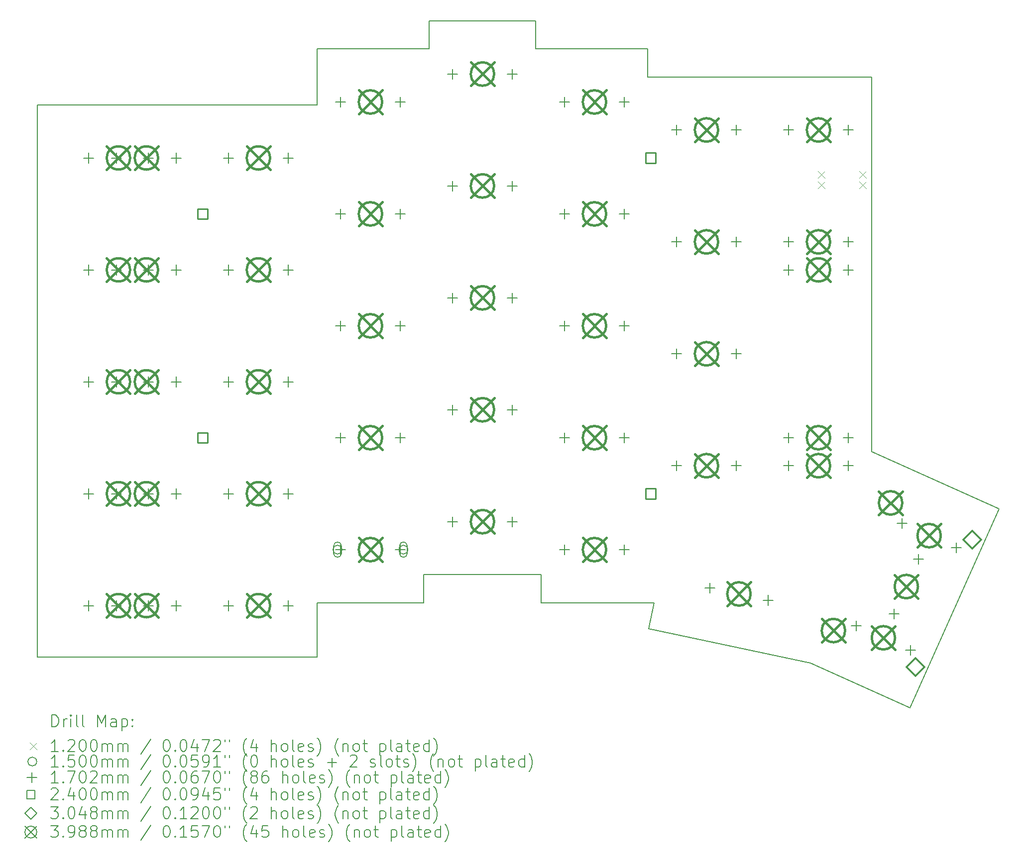
<source format=gbr>
%FSLAX45Y45*%
G04 Gerber Fmt 4.5, Leading zero omitted, Abs format (unit mm)*
G04 Created by KiCad (PCBNEW (6.0.1)) date 2022-01-28 13:41:14*
%MOMM*%
%LPD*%
G01*
G04 APERTURE LIST*
%TA.AperFunction,Profile*%
%ADD10C,0.200000*%
%TD*%
%ADD11C,0.200000*%
%ADD12C,0.120000*%
%ADD13C,0.150000*%
%ADD14C,0.170180*%
%ADD15C,0.240000*%
%ADD16C,0.304800*%
%ADD17C,0.398780*%
G04 APERTURE END LIST*
D10*
X11003000Y-15428691D02*
X8998000Y-15428691D01*
X9098000Y-6479941D02*
X9098000Y-6003691D01*
X7193000Y-16832441D02*
X2430500Y-16832441D01*
X16618000Y-6956191D02*
X16618000Y-6956191D01*
X8998000Y-15428691D02*
X8998000Y-15428691D01*
X16618000Y-13337741D02*
X18788600Y-14308060D01*
X7193000Y-15904941D02*
X7193000Y-16832441D01*
X9098000Y-6479941D02*
X9098000Y-6479941D01*
X2430500Y-16832441D02*
X2430500Y-7432441D01*
X12919700Y-15904941D02*
X12919700Y-15904941D01*
X18788600Y-14308060D02*
X18788600Y-14308060D01*
X15576200Y-16935861D02*
X15576200Y-16935861D01*
X11003000Y-15428691D02*
X11003000Y-15428691D01*
X7193000Y-15904941D02*
X7193000Y-15904941D01*
X17274600Y-17695051D02*
X17274600Y-17695051D01*
X12919700Y-15904941D02*
X11003000Y-15904941D01*
X2430500Y-14952441D02*
X2430500Y-14952441D01*
X7193000Y-15904941D02*
X7193000Y-15904941D01*
X7193000Y-7432441D02*
X7193000Y-6479941D01*
X2430500Y-7432441D02*
X7193000Y-7432441D01*
X10903000Y-6003691D02*
X10903000Y-6003691D01*
X12808000Y-6956191D02*
X12808000Y-6956191D01*
X12808000Y-6956191D02*
X16618000Y-6956191D01*
X12824900Y-16351051D02*
X12919700Y-15904941D01*
X17274600Y-17695051D02*
X17274600Y-17695051D01*
X16618000Y-13337741D02*
X16618000Y-13337741D01*
X10903000Y-6479941D02*
X10903000Y-6479941D01*
X10903000Y-6479941D02*
X10903000Y-6479941D01*
X12919700Y-15904941D02*
X12919700Y-15904941D01*
X7193000Y-6479941D02*
X7193000Y-6479941D01*
X16618000Y-6956191D02*
X16618000Y-13337741D01*
X7193000Y-6479941D02*
X7193000Y-6479941D01*
X18788600Y-14308060D02*
X18788600Y-14308060D01*
X11003000Y-15428691D02*
X11003000Y-15428691D01*
X16618000Y-6956191D02*
X16618000Y-6956191D01*
X11003000Y-15904941D02*
X11003000Y-15904941D01*
X2430500Y-7432441D02*
X2430500Y-7432441D01*
X11003000Y-15904941D02*
X11003000Y-15904941D01*
X12808000Y-6479941D02*
X12808000Y-6479941D01*
X2430500Y-14952441D02*
X2430500Y-14952441D01*
X7193000Y-6479941D02*
X9098000Y-6479941D01*
X8998000Y-15428691D02*
X8998000Y-15428691D01*
X9098000Y-6003691D02*
X10903000Y-6003691D01*
X12808000Y-6956191D02*
X12808000Y-6956191D01*
X16618000Y-13337741D02*
X16618000Y-13337741D01*
X10903000Y-6479941D02*
X12808000Y-6479941D01*
X9098000Y-6479941D02*
X9098000Y-6479941D01*
X10903000Y-6003691D02*
X10903000Y-6479941D01*
X7193000Y-7432441D02*
X7193000Y-7432441D01*
X12808000Y-6479941D02*
X12808000Y-6956191D01*
X8998000Y-15904941D02*
X7193000Y-15904941D01*
X11003000Y-15904941D02*
X11003000Y-15428691D01*
X9098000Y-6003691D02*
X9098000Y-6003691D01*
X18788600Y-14308060D02*
X17274600Y-17695051D01*
X12808000Y-6479941D02*
X12808000Y-6479941D01*
X15576200Y-16935861D02*
X15576200Y-16935861D01*
X8998000Y-15904941D02*
X8998000Y-15904941D01*
X8998000Y-15904941D02*
X8998000Y-15904941D01*
X10903000Y-6003691D02*
X10903000Y-6003691D01*
X8998000Y-15428691D02*
X8998000Y-15904941D01*
X12824900Y-16351051D02*
X12824900Y-16351051D01*
X7193000Y-7432441D02*
X7193000Y-7432441D01*
X17274600Y-17695051D02*
X15576200Y-16935861D01*
X15576200Y-16935861D02*
X12824900Y-16351051D01*
X2430500Y-7432441D02*
X2430500Y-7432441D01*
X12824900Y-16351051D02*
X12824900Y-16351051D01*
X9098000Y-6003691D02*
X9098000Y-6003691D01*
D11*
D12*
X15705000Y-8560000D02*
X15825000Y-8680000D01*
X15825000Y-8560000D02*
X15705000Y-8680000D01*
X15705000Y-8735000D02*
X15825000Y-8855000D01*
X15825000Y-8735000D02*
X15705000Y-8855000D01*
X16405000Y-8560000D02*
X16525000Y-8680000D01*
X16525000Y-8560000D02*
X16405000Y-8680000D01*
X16405000Y-8735000D02*
X16525000Y-8855000D01*
X16525000Y-8735000D02*
X16405000Y-8855000D01*
D13*
X7611250Y-15001875D02*
G75*
G03*
X7611250Y-15001875I-75000J0D01*
G01*
D11*
X7601250Y-15066875D02*
X7601250Y-14936875D01*
X7471250Y-15066875D02*
X7471250Y-14936875D01*
X7601250Y-14936875D02*
G75*
G03*
X7471250Y-14936875I-65000J0D01*
G01*
X7471250Y-15066875D02*
G75*
G03*
X7601250Y-15066875I65000J0D01*
G01*
D13*
X8731250Y-15001875D02*
G75*
G03*
X8731250Y-15001875I-75000J0D01*
G01*
D11*
X8721250Y-15066875D02*
X8721250Y-14936875D01*
X8591250Y-15066875D02*
X8591250Y-14936875D01*
X8721250Y-14936875D02*
G75*
G03*
X8591250Y-14936875I-65000J0D01*
G01*
X8591250Y-15066875D02*
G75*
G03*
X8721250Y-15066875I65000J0D01*
G01*
D14*
X3302000Y-8249285D02*
X3302000Y-8419465D01*
X3216910Y-8334375D02*
X3387090Y-8334375D01*
X3302000Y-10154285D02*
X3302000Y-10324465D01*
X3216910Y-10239375D02*
X3387090Y-10239375D01*
X3302000Y-12059285D02*
X3302000Y-12229465D01*
X3216910Y-12144375D02*
X3387090Y-12144375D01*
X3302000Y-13964285D02*
X3302000Y-14134465D01*
X3216910Y-14049375D02*
X3387090Y-14049375D01*
X3302000Y-15869285D02*
X3302000Y-16039465D01*
X3216910Y-15954375D02*
X3387090Y-15954375D01*
X3778250Y-8249285D02*
X3778250Y-8419465D01*
X3693160Y-8334375D02*
X3863340Y-8334375D01*
X3778250Y-10154285D02*
X3778250Y-10324465D01*
X3693160Y-10239375D02*
X3863340Y-10239375D01*
X3778250Y-12059285D02*
X3778250Y-12229465D01*
X3693160Y-12144375D02*
X3863340Y-12144375D01*
X3778250Y-13964285D02*
X3778250Y-14134465D01*
X3693160Y-14049375D02*
X3863340Y-14049375D01*
X3778250Y-15869285D02*
X3778250Y-16039465D01*
X3693160Y-15954375D02*
X3863340Y-15954375D01*
X4318000Y-8249285D02*
X4318000Y-8419465D01*
X4232910Y-8334375D02*
X4403090Y-8334375D01*
X4318000Y-10154285D02*
X4318000Y-10324465D01*
X4232910Y-10239375D02*
X4403090Y-10239375D01*
X4318000Y-12059285D02*
X4318000Y-12229465D01*
X4232910Y-12144375D02*
X4403090Y-12144375D01*
X4318000Y-13964285D02*
X4318000Y-14134465D01*
X4232910Y-14049375D02*
X4403090Y-14049375D01*
X4318000Y-15869285D02*
X4318000Y-16039465D01*
X4232910Y-15954375D02*
X4403090Y-15954375D01*
X4794250Y-8249285D02*
X4794250Y-8419465D01*
X4709160Y-8334375D02*
X4879340Y-8334375D01*
X4794250Y-10154285D02*
X4794250Y-10324465D01*
X4709160Y-10239375D02*
X4879340Y-10239375D01*
X4794250Y-12059285D02*
X4794250Y-12229465D01*
X4709160Y-12144375D02*
X4879340Y-12144375D01*
X4794250Y-13964285D02*
X4794250Y-14134465D01*
X4709160Y-14049375D02*
X4879340Y-14049375D01*
X4794250Y-15869285D02*
X4794250Y-16039465D01*
X4709160Y-15954375D02*
X4879340Y-15954375D01*
X5683250Y-8249285D02*
X5683250Y-8419465D01*
X5598160Y-8334375D02*
X5768340Y-8334375D01*
X5683250Y-10154285D02*
X5683250Y-10324465D01*
X5598160Y-10239375D02*
X5768340Y-10239375D01*
X5683250Y-12059285D02*
X5683250Y-12229465D01*
X5598160Y-12144375D02*
X5768340Y-12144375D01*
X5683250Y-13964285D02*
X5683250Y-14134465D01*
X5598160Y-14049375D02*
X5768340Y-14049375D01*
X5683250Y-15869285D02*
X5683250Y-16039465D01*
X5598160Y-15954375D02*
X5768340Y-15954375D01*
X6699250Y-8249285D02*
X6699250Y-8419465D01*
X6614160Y-8334375D02*
X6784340Y-8334375D01*
X6699250Y-10154285D02*
X6699250Y-10324465D01*
X6614160Y-10239375D02*
X6784340Y-10239375D01*
X6699250Y-12059285D02*
X6699250Y-12229465D01*
X6614160Y-12144375D02*
X6784340Y-12144375D01*
X6699250Y-13964285D02*
X6699250Y-14134465D01*
X6614160Y-14049375D02*
X6784340Y-14049375D01*
X6699250Y-15869285D02*
X6699250Y-16039465D01*
X6614160Y-15954375D02*
X6784340Y-15954375D01*
X7588250Y-7296785D02*
X7588250Y-7466965D01*
X7503160Y-7381875D02*
X7673340Y-7381875D01*
X7588250Y-9201785D02*
X7588250Y-9371965D01*
X7503160Y-9286875D02*
X7673340Y-9286875D01*
X7588250Y-11106785D02*
X7588250Y-11276965D01*
X7503160Y-11191875D02*
X7673340Y-11191875D01*
X7588250Y-13011785D02*
X7588250Y-13181965D01*
X7503160Y-13096875D02*
X7673340Y-13096875D01*
X7588250Y-14916785D02*
X7588250Y-15086965D01*
X7503160Y-15001875D02*
X7673340Y-15001875D01*
X8604250Y-7296785D02*
X8604250Y-7466965D01*
X8519160Y-7381875D02*
X8689340Y-7381875D01*
X8604250Y-9201785D02*
X8604250Y-9371965D01*
X8519160Y-9286875D02*
X8689340Y-9286875D01*
X8604250Y-11106785D02*
X8604250Y-11276965D01*
X8519160Y-11191875D02*
X8689340Y-11191875D01*
X8604250Y-13011785D02*
X8604250Y-13181965D01*
X8519160Y-13096875D02*
X8689340Y-13096875D01*
X8604250Y-14916785D02*
X8604250Y-15086965D01*
X8519160Y-15001875D02*
X8689340Y-15001875D01*
X9493250Y-6820535D02*
X9493250Y-6990715D01*
X9408160Y-6905625D02*
X9578340Y-6905625D01*
X9493250Y-8725535D02*
X9493250Y-8895715D01*
X9408160Y-8810625D02*
X9578340Y-8810625D01*
X9493250Y-10630535D02*
X9493250Y-10800715D01*
X9408160Y-10715625D02*
X9578340Y-10715625D01*
X9493250Y-12535535D02*
X9493250Y-12705715D01*
X9408160Y-12620625D02*
X9578340Y-12620625D01*
X9493250Y-14440535D02*
X9493250Y-14610715D01*
X9408160Y-14525625D02*
X9578340Y-14525625D01*
X10509250Y-6820535D02*
X10509250Y-6990715D01*
X10424160Y-6905625D02*
X10594340Y-6905625D01*
X10509250Y-8725535D02*
X10509250Y-8895715D01*
X10424160Y-8810625D02*
X10594340Y-8810625D01*
X10509250Y-10630535D02*
X10509250Y-10800715D01*
X10424160Y-10715625D02*
X10594340Y-10715625D01*
X10509250Y-12535535D02*
X10509250Y-12705715D01*
X10424160Y-12620625D02*
X10594340Y-12620625D01*
X10509250Y-14440535D02*
X10509250Y-14610715D01*
X10424160Y-14525625D02*
X10594340Y-14525625D01*
X11398250Y-7296785D02*
X11398250Y-7466965D01*
X11313160Y-7381875D02*
X11483340Y-7381875D01*
X11398250Y-9201785D02*
X11398250Y-9371965D01*
X11313160Y-9286875D02*
X11483340Y-9286875D01*
X11398250Y-11106785D02*
X11398250Y-11276965D01*
X11313160Y-11191875D02*
X11483340Y-11191875D01*
X11398250Y-13011785D02*
X11398250Y-13181965D01*
X11313160Y-13096875D02*
X11483340Y-13096875D01*
X11398250Y-14916785D02*
X11398250Y-15086965D01*
X11313160Y-15001875D02*
X11483340Y-15001875D01*
X12414250Y-7296785D02*
X12414250Y-7466965D01*
X12329160Y-7381875D02*
X12499340Y-7381875D01*
X12414250Y-9201785D02*
X12414250Y-9371965D01*
X12329160Y-9286875D02*
X12499340Y-9286875D01*
X12414250Y-11106785D02*
X12414250Y-11276965D01*
X12329160Y-11191875D02*
X12499340Y-11191875D01*
X12414250Y-13011785D02*
X12414250Y-13181965D01*
X12329160Y-13096875D02*
X12499340Y-13096875D01*
X12414250Y-14916785D02*
X12414250Y-15086965D01*
X12329160Y-15001875D02*
X12499340Y-15001875D01*
X13303250Y-7773035D02*
X13303250Y-7943215D01*
X13218160Y-7858125D02*
X13388340Y-7858125D01*
X13303250Y-9678035D02*
X13303250Y-9848215D01*
X13218160Y-9763125D02*
X13388340Y-9763125D01*
X13303250Y-11583035D02*
X13303250Y-11753215D01*
X13218160Y-11668125D02*
X13388340Y-11668125D01*
X13303250Y-13488035D02*
X13303250Y-13658215D01*
X13218160Y-13573125D02*
X13388340Y-13573125D01*
X13867118Y-15564872D02*
X13867118Y-15735052D01*
X13782028Y-15649962D02*
X13952208Y-15649962D01*
X14319250Y-7773035D02*
X14319250Y-7943215D01*
X14234160Y-7858125D02*
X14404340Y-7858125D01*
X14319250Y-9678035D02*
X14319250Y-9848215D01*
X14234160Y-9763125D02*
X14404340Y-9763125D01*
X14319250Y-11583035D02*
X14319250Y-11753215D01*
X14234160Y-11668125D02*
X14404340Y-11668125D01*
X14319250Y-13488035D02*
X14319250Y-13658215D01*
X14234160Y-13573125D02*
X14404340Y-13573125D01*
X14860916Y-15776110D02*
X14860916Y-15946290D01*
X14775826Y-15861200D02*
X14946006Y-15861200D01*
X15208250Y-7773035D02*
X15208250Y-7943215D01*
X15123160Y-7858125D02*
X15293340Y-7858125D01*
X15208250Y-9678035D02*
X15208250Y-9848215D01*
X15123160Y-9763125D02*
X15293340Y-9763125D01*
X15208250Y-10154285D02*
X15208250Y-10324465D01*
X15123160Y-10239375D02*
X15293340Y-10239375D01*
X15208250Y-13011785D02*
X15208250Y-13181965D01*
X15123160Y-13096875D02*
X15293340Y-13096875D01*
X15208250Y-13488035D02*
X15208250Y-13658215D01*
X15123160Y-13573125D02*
X15293340Y-13573125D01*
X16224250Y-7773035D02*
X16224250Y-7943215D01*
X16139160Y-7858125D02*
X16309340Y-7858125D01*
X16224250Y-9678035D02*
X16224250Y-9848215D01*
X16139160Y-9763125D02*
X16309340Y-9763125D01*
X16224250Y-10154285D02*
X16224250Y-10324465D01*
X16139160Y-10239375D02*
X16309340Y-10239375D01*
X16224250Y-13011785D02*
X16224250Y-13181965D01*
X16139160Y-13096875D02*
X16309340Y-13096875D01*
X16224250Y-13488035D02*
X16224250Y-13658215D01*
X16139160Y-13573125D02*
X16309340Y-13573125D01*
X16356664Y-16210041D02*
X16356664Y-16380221D01*
X16271574Y-16295131D02*
X16441754Y-16295131D01*
X17002568Y-16008630D02*
X17002568Y-16178810D01*
X16917478Y-16093720D02*
X17087658Y-16093720D01*
X17134534Y-14471092D02*
X17134534Y-14641272D01*
X17049444Y-14556182D02*
X17219624Y-14556182D01*
X17284104Y-16624905D02*
X17284104Y-16795085D01*
X17199014Y-16709995D02*
X17369194Y-16709995D01*
X17417432Y-15081190D02*
X17417432Y-15251370D01*
X17332342Y-15166280D02*
X17502522Y-15166280D01*
X18061973Y-14885956D02*
X18061973Y-15056136D01*
X17976883Y-14971046D02*
X18147063Y-14971046D01*
D15*
X5323604Y-9371729D02*
X5323604Y-9202021D01*
X5153896Y-9202021D01*
X5153896Y-9371729D01*
X5323604Y-9371729D01*
X5323604Y-13181729D02*
X5323604Y-13012021D01*
X5153896Y-13012021D01*
X5153896Y-13181729D01*
X5323604Y-13181729D01*
X12943604Y-8419229D02*
X12943604Y-8249521D01*
X12773896Y-8249521D01*
X12773896Y-8419229D01*
X12943604Y-8419229D01*
X12943604Y-14134229D02*
X12943604Y-13964521D01*
X12773896Y-13964521D01*
X12773896Y-14134229D01*
X12943604Y-14134229D01*
D16*
X17361701Y-17153892D02*
X17514101Y-17001492D01*
X17361701Y-16849092D01*
X17209301Y-17001492D01*
X17361701Y-17153892D01*
X18333528Y-14981346D02*
X18485928Y-14828946D01*
X18333528Y-14676546D01*
X18181128Y-14828946D01*
X18333528Y-14981346D01*
D17*
X3610610Y-8134985D02*
X4009390Y-8533765D01*
X4009390Y-8134985D02*
X3610610Y-8533765D01*
X4009390Y-8334375D02*
G75*
G03*
X4009390Y-8334375I-199390J0D01*
G01*
X3610610Y-10039985D02*
X4009390Y-10438765D01*
X4009390Y-10039985D02*
X3610610Y-10438765D01*
X4009390Y-10239375D02*
G75*
G03*
X4009390Y-10239375I-199390J0D01*
G01*
X3610610Y-11944985D02*
X4009390Y-12343765D01*
X4009390Y-11944985D02*
X3610610Y-12343765D01*
X4009390Y-12144375D02*
G75*
G03*
X4009390Y-12144375I-199390J0D01*
G01*
X3610610Y-13849985D02*
X4009390Y-14248765D01*
X4009390Y-13849985D02*
X3610610Y-14248765D01*
X4009390Y-14049375D02*
G75*
G03*
X4009390Y-14049375I-199390J0D01*
G01*
X3610610Y-15754985D02*
X4009390Y-16153765D01*
X4009390Y-15754985D02*
X3610610Y-16153765D01*
X4009390Y-15954375D02*
G75*
G03*
X4009390Y-15954375I-199390J0D01*
G01*
X4086860Y-8134985D02*
X4485640Y-8533765D01*
X4485640Y-8134985D02*
X4086860Y-8533765D01*
X4485640Y-8334375D02*
G75*
G03*
X4485640Y-8334375I-199390J0D01*
G01*
X4086860Y-10039985D02*
X4485640Y-10438765D01*
X4485640Y-10039985D02*
X4086860Y-10438765D01*
X4485640Y-10239375D02*
G75*
G03*
X4485640Y-10239375I-199390J0D01*
G01*
X4086860Y-11944985D02*
X4485640Y-12343765D01*
X4485640Y-11944985D02*
X4086860Y-12343765D01*
X4485640Y-12144375D02*
G75*
G03*
X4485640Y-12144375I-199390J0D01*
G01*
X4086860Y-13849985D02*
X4485640Y-14248765D01*
X4485640Y-13849985D02*
X4086860Y-14248765D01*
X4485640Y-14049375D02*
G75*
G03*
X4485640Y-14049375I-199390J0D01*
G01*
X4086860Y-15754985D02*
X4485640Y-16153765D01*
X4485640Y-15754985D02*
X4086860Y-16153765D01*
X4485640Y-15954375D02*
G75*
G03*
X4485640Y-15954375I-199390J0D01*
G01*
X5991860Y-8134985D02*
X6390640Y-8533765D01*
X6390640Y-8134985D02*
X5991860Y-8533765D01*
X6390640Y-8334375D02*
G75*
G03*
X6390640Y-8334375I-199390J0D01*
G01*
X5991860Y-10039985D02*
X6390640Y-10438765D01*
X6390640Y-10039985D02*
X5991860Y-10438765D01*
X6390640Y-10239375D02*
G75*
G03*
X6390640Y-10239375I-199390J0D01*
G01*
X5991860Y-11944985D02*
X6390640Y-12343765D01*
X6390640Y-11944985D02*
X5991860Y-12343765D01*
X6390640Y-12144375D02*
G75*
G03*
X6390640Y-12144375I-199390J0D01*
G01*
X5991860Y-13849985D02*
X6390640Y-14248765D01*
X6390640Y-13849985D02*
X5991860Y-14248765D01*
X6390640Y-14049375D02*
G75*
G03*
X6390640Y-14049375I-199390J0D01*
G01*
X5991860Y-15754985D02*
X6390640Y-16153765D01*
X6390640Y-15754985D02*
X5991860Y-16153765D01*
X6390640Y-15954375D02*
G75*
G03*
X6390640Y-15954375I-199390J0D01*
G01*
X7896860Y-7182485D02*
X8295640Y-7581265D01*
X8295640Y-7182485D02*
X7896860Y-7581265D01*
X8295640Y-7381875D02*
G75*
G03*
X8295640Y-7381875I-199390J0D01*
G01*
X7896860Y-9087485D02*
X8295640Y-9486265D01*
X8295640Y-9087485D02*
X7896860Y-9486265D01*
X8295640Y-9286875D02*
G75*
G03*
X8295640Y-9286875I-199390J0D01*
G01*
X7896860Y-10992485D02*
X8295640Y-11391265D01*
X8295640Y-10992485D02*
X7896860Y-11391265D01*
X8295640Y-11191875D02*
G75*
G03*
X8295640Y-11191875I-199390J0D01*
G01*
X7896860Y-12897485D02*
X8295640Y-13296265D01*
X8295640Y-12897485D02*
X7896860Y-13296265D01*
X8295640Y-13096875D02*
G75*
G03*
X8295640Y-13096875I-199390J0D01*
G01*
X7896860Y-14802485D02*
X8295640Y-15201265D01*
X8295640Y-14802485D02*
X7896860Y-15201265D01*
X8295640Y-15001875D02*
G75*
G03*
X8295640Y-15001875I-199390J0D01*
G01*
X9801860Y-6706235D02*
X10200640Y-7105015D01*
X10200640Y-6706235D02*
X9801860Y-7105015D01*
X10200640Y-6905625D02*
G75*
G03*
X10200640Y-6905625I-199390J0D01*
G01*
X9801860Y-8611235D02*
X10200640Y-9010015D01*
X10200640Y-8611235D02*
X9801860Y-9010015D01*
X10200640Y-8810625D02*
G75*
G03*
X10200640Y-8810625I-199390J0D01*
G01*
X9801860Y-10516235D02*
X10200640Y-10915015D01*
X10200640Y-10516235D02*
X9801860Y-10915015D01*
X10200640Y-10715625D02*
G75*
G03*
X10200640Y-10715625I-199390J0D01*
G01*
X9801860Y-12421235D02*
X10200640Y-12820015D01*
X10200640Y-12421235D02*
X9801860Y-12820015D01*
X10200640Y-12620625D02*
G75*
G03*
X10200640Y-12620625I-199390J0D01*
G01*
X9801860Y-14326235D02*
X10200640Y-14725015D01*
X10200640Y-14326235D02*
X9801860Y-14725015D01*
X10200640Y-14525625D02*
G75*
G03*
X10200640Y-14525625I-199390J0D01*
G01*
X11706860Y-7182485D02*
X12105640Y-7581265D01*
X12105640Y-7182485D02*
X11706860Y-7581265D01*
X12105640Y-7381875D02*
G75*
G03*
X12105640Y-7381875I-199390J0D01*
G01*
X11706860Y-9087485D02*
X12105640Y-9486265D01*
X12105640Y-9087485D02*
X11706860Y-9486265D01*
X12105640Y-9286875D02*
G75*
G03*
X12105640Y-9286875I-199390J0D01*
G01*
X11706860Y-10992485D02*
X12105640Y-11391265D01*
X12105640Y-10992485D02*
X11706860Y-11391265D01*
X12105640Y-11191875D02*
G75*
G03*
X12105640Y-11191875I-199390J0D01*
G01*
X11706860Y-12897485D02*
X12105640Y-13296265D01*
X12105640Y-12897485D02*
X11706860Y-13296265D01*
X12105640Y-13096875D02*
G75*
G03*
X12105640Y-13096875I-199390J0D01*
G01*
X11706860Y-14802485D02*
X12105640Y-15201265D01*
X12105640Y-14802485D02*
X11706860Y-15201265D01*
X12105640Y-15001875D02*
G75*
G03*
X12105640Y-15001875I-199390J0D01*
G01*
X13611860Y-7658735D02*
X14010640Y-8057515D01*
X14010640Y-7658735D02*
X13611860Y-8057515D01*
X14010640Y-7858125D02*
G75*
G03*
X14010640Y-7858125I-199390J0D01*
G01*
X13611860Y-9563735D02*
X14010640Y-9962515D01*
X14010640Y-9563735D02*
X13611860Y-9962515D01*
X14010640Y-9763125D02*
G75*
G03*
X14010640Y-9763125I-199390J0D01*
G01*
X13611860Y-11468735D02*
X14010640Y-11867515D01*
X14010640Y-11468735D02*
X13611860Y-11867515D01*
X14010640Y-11668125D02*
G75*
G03*
X14010640Y-11668125I-199390J0D01*
G01*
X13611860Y-13373735D02*
X14010640Y-13772515D01*
X14010640Y-13373735D02*
X13611860Y-13772515D01*
X14010640Y-13573125D02*
G75*
G03*
X14010640Y-13573125I-199390J0D01*
G01*
X14164627Y-15556191D02*
X14563407Y-15954971D01*
X14563407Y-15556191D02*
X14164627Y-15954971D01*
X14563407Y-15755581D02*
G75*
G03*
X14563407Y-15755581I-199390J0D01*
G01*
X15516860Y-7658735D02*
X15915640Y-8057515D01*
X15915640Y-7658735D02*
X15516860Y-8057515D01*
X15915640Y-7858125D02*
G75*
G03*
X15915640Y-7858125I-199390J0D01*
G01*
X15516860Y-9563735D02*
X15915640Y-9962515D01*
X15915640Y-9563735D02*
X15516860Y-9962515D01*
X15915640Y-9763125D02*
G75*
G03*
X15915640Y-9763125I-199390J0D01*
G01*
X15516860Y-10039985D02*
X15915640Y-10438765D01*
X15915640Y-10039985D02*
X15516860Y-10438765D01*
X15915640Y-10239375D02*
G75*
G03*
X15915640Y-10239375I-199390J0D01*
G01*
X15516860Y-12897485D02*
X15915640Y-13296265D01*
X15915640Y-12897485D02*
X15516860Y-13296265D01*
X15915640Y-13096875D02*
G75*
G03*
X15915640Y-13096875I-199390J0D01*
G01*
X15516860Y-13373735D02*
X15915640Y-13772515D01*
X15915640Y-13373735D02*
X15516860Y-13772515D01*
X15915640Y-13573125D02*
G75*
G03*
X15915640Y-13573125I-199390J0D01*
G01*
X15771152Y-16179806D02*
X16169932Y-16578586D01*
X16169932Y-16179806D02*
X15771152Y-16578586D01*
X16169932Y-16379196D02*
G75*
G03*
X16169932Y-16379196I-199390J0D01*
G01*
X16620994Y-16303173D02*
X17019774Y-16701953D01*
X17019774Y-16303173D02*
X16620994Y-16701953D01*
X17019774Y-16502563D02*
G75*
G03*
X17019774Y-16502563I-199390J0D01*
G01*
X16742979Y-14007260D02*
X17141759Y-14406040D01*
X17141759Y-14007260D02*
X16742979Y-14406040D01*
X17141759Y-14206650D02*
G75*
G03*
X17141759Y-14206650I-199390J0D01*
G01*
X17010610Y-15430610D02*
X17409390Y-15829390D01*
X17409390Y-15430610D02*
X17010610Y-15829390D01*
X17409390Y-15630000D02*
G75*
G03*
X17409390Y-15630000I-199390J0D01*
G01*
X17398864Y-14564224D02*
X17797644Y-14963004D01*
X17797644Y-14564224D02*
X17398864Y-14963004D01*
X17797644Y-14763614D02*
G75*
G03*
X17797644Y-14763614I-199390J0D01*
G01*
D11*
X2678119Y-18015527D02*
X2678119Y-17815527D01*
X2725738Y-17815527D01*
X2754310Y-17825051D01*
X2773357Y-17844099D01*
X2782881Y-17863147D01*
X2792405Y-17901242D01*
X2792405Y-17929813D01*
X2782881Y-17967908D01*
X2773357Y-17986956D01*
X2754310Y-18006004D01*
X2725738Y-18015527D01*
X2678119Y-18015527D01*
X2878119Y-18015527D02*
X2878119Y-17882194D01*
X2878119Y-17920289D02*
X2887643Y-17901242D01*
X2897167Y-17891718D01*
X2916214Y-17882194D01*
X2935262Y-17882194D01*
X3001928Y-18015527D02*
X3001928Y-17882194D01*
X3001928Y-17815527D02*
X2992405Y-17825051D01*
X3001928Y-17834575D01*
X3011452Y-17825051D01*
X3001928Y-17815527D01*
X3001928Y-17834575D01*
X3125738Y-18015527D02*
X3106690Y-18006004D01*
X3097167Y-17986956D01*
X3097167Y-17815527D01*
X3230500Y-18015527D02*
X3211452Y-18006004D01*
X3201928Y-17986956D01*
X3201928Y-17815527D01*
X3459071Y-18015527D02*
X3459071Y-17815527D01*
X3525738Y-17958385D01*
X3592405Y-17815527D01*
X3592405Y-18015527D01*
X3773357Y-18015527D02*
X3773357Y-17910766D01*
X3763833Y-17891718D01*
X3744786Y-17882194D01*
X3706690Y-17882194D01*
X3687643Y-17891718D01*
X3773357Y-18006004D02*
X3754309Y-18015527D01*
X3706690Y-18015527D01*
X3687643Y-18006004D01*
X3678119Y-17986956D01*
X3678119Y-17967908D01*
X3687643Y-17948861D01*
X3706690Y-17939337D01*
X3754309Y-17939337D01*
X3773357Y-17929813D01*
X3868595Y-17882194D02*
X3868595Y-18082194D01*
X3868595Y-17891718D02*
X3887643Y-17882194D01*
X3925738Y-17882194D01*
X3944786Y-17891718D01*
X3954309Y-17901242D01*
X3963833Y-17920289D01*
X3963833Y-17977432D01*
X3954309Y-17996480D01*
X3944786Y-18006004D01*
X3925738Y-18015527D01*
X3887643Y-18015527D01*
X3868595Y-18006004D01*
X4049548Y-17996480D02*
X4059071Y-18006004D01*
X4049548Y-18015527D01*
X4040024Y-18006004D01*
X4049548Y-17996480D01*
X4049548Y-18015527D01*
X4049548Y-17891718D02*
X4059071Y-17901242D01*
X4049548Y-17910766D01*
X4040024Y-17901242D01*
X4049548Y-17891718D01*
X4049548Y-17910766D01*
D12*
X2300500Y-18285051D02*
X2420500Y-18405051D01*
X2420500Y-18285051D02*
X2300500Y-18405051D01*
D11*
X2782881Y-18435527D02*
X2668595Y-18435527D01*
X2725738Y-18435527D02*
X2725738Y-18235527D01*
X2706690Y-18264099D01*
X2687643Y-18283147D01*
X2668595Y-18292670D01*
X2868595Y-18416480D02*
X2878119Y-18426004D01*
X2868595Y-18435527D01*
X2859071Y-18426004D01*
X2868595Y-18416480D01*
X2868595Y-18435527D01*
X2954309Y-18254575D02*
X2963833Y-18245051D01*
X2982881Y-18235527D01*
X3030500Y-18235527D01*
X3049548Y-18245051D01*
X3059071Y-18254575D01*
X3068595Y-18273623D01*
X3068595Y-18292670D01*
X3059071Y-18321242D01*
X2944786Y-18435527D01*
X3068595Y-18435527D01*
X3192405Y-18235527D02*
X3211452Y-18235527D01*
X3230500Y-18245051D01*
X3240024Y-18254575D01*
X3249548Y-18273623D01*
X3259071Y-18311718D01*
X3259071Y-18359337D01*
X3249548Y-18397432D01*
X3240024Y-18416480D01*
X3230500Y-18426004D01*
X3211452Y-18435527D01*
X3192405Y-18435527D01*
X3173357Y-18426004D01*
X3163833Y-18416480D01*
X3154309Y-18397432D01*
X3144786Y-18359337D01*
X3144786Y-18311718D01*
X3154309Y-18273623D01*
X3163833Y-18254575D01*
X3173357Y-18245051D01*
X3192405Y-18235527D01*
X3382881Y-18235527D02*
X3401928Y-18235527D01*
X3420976Y-18245051D01*
X3430500Y-18254575D01*
X3440024Y-18273623D01*
X3449548Y-18311718D01*
X3449548Y-18359337D01*
X3440024Y-18397432D01*
X3430500Y-18416480D01*
X3420976Y-18426004D01*
X3401928Y-18435527D01*
X3382881Y-18435527D01*
X3363833Y-18426004D01*
X3354309Y-18416480D01*
X3344786Y-18397432D01*
X3335262Y-18359337D01*
X3335262Y-18311718D01*
X3344786Y-18273623D01*
X3354309Y-18254575D01*
X3363833Y-18245051D01*
X3382881Y-18235527D01*
X3535262Y-18435527D02*
X3535262Y-18302194D01*
X3535262Y-18321242D02*
X3544786Y-18311718D01*
X3563833Y-18302194D01*
X3592405Y-18302194D01*
X3611452Y-18311718D01*
X3620976Y-18330766D01*
X3620976Y-18435527D01*
X3620976Y-18330766D02*
X3630500Y-18311718D01*
X3649548Y-18302194D01*
X3678119Y-18302194D01*
X3697167Y-18311718D01*
X3706690Y-18330766D01*
X3706690Y-18435527D01*
X3801928Y-18435527D02*
X3801928Y-18302194D01*
X3801928Y-18321242D02*
X3811452Y-18311718D01*
X3830500Y-18302194D01*
X3859071Y-18302194D01*
X3878119Y-18311718D01*
X3887643Y-18330766D01*
X3887643Y-18435527D01*
X3887643Y-18330766D02*
X3897167Y-18311718D01*
X3916214Y-18302194D01*
X3944786Y-18302194D01*
X3963833Y-18311718D01*
X3973357Y-18330766D01*
X3973357Y-18435527D01*
X4363833Y-18226004D02*
X4192405Y-18483147D01*
X4620976Y-18235527D02*
X4640024Y-18235527D01*
X4659071Y-18245051D01*
X4668595Y-18254575D01*
X4678119Y-18273623D01*
X4687643Y-18311718D01*
X4687643Y-18359337D01*
X4678119Y-18397432D01*
X4668595Y-18416480D01*
X4659071Y-18426004D01*
X4640024Y-18435527D01*
X4620976Y-18435527D01*
X4601929Y-18426004D01*
X4592405Y-18416480D01*
X4582881Y-18397432D01*
X4573357Y-18359337D01*
X4573357Y-18311718D01*
X4582881Y-18273623D01*
X4592405Y-18254575D01*
X4601929Y-18245051D01*
X4620976Y-18235527D01*
X4773357Y-18416480D02*
X4782881Y-18426004D01*
X4773357Y-18435527D01*
X4763833Y-18426004D01*
X4773357Y-18416480D01*
X4773357Y-18435527D01*
X4906690Y-18235527D02*
X4925738Y-18235527D01*
X4944786Y-18245051D01*
X4954310Y-18254575D01*
X4963833Y-18273623D01*
X4973357Y-18311718D01*
X4973357Y-18359337D01*
X4963833Y-18397432D01*
X4954310Y-18416480D01*
X4944786Y-18426004D01*
X4925738Y-18435527D01*
X4906690Y-18435527D01*
X4887643Y-18426004D01*
X4878119Y-18416480D01*
X4868595Y-18397432D01*
X4859071Y-18359337D01*
X4859071Y-18311718D01*
X4868595Y-18273623D01*
X4878119Y-18254575D01*
X4887643Y-18245051D01*
X4906690Y-18235527D01*
X5144786Y-18302194D02*
X5144786Y-18435527D01*
X5097167Y-18226004D02*
X5049548Y-18368861D01*
X5173357Y-18368861D01*
X5230500Y-18235527D02*
X5363833Y-18235527D01*
X5278119Y-18435527D01*
X5430500Y-18254575D02*
X5440024Y-18245051D01*
X5459071Y-18235527D01*
X5506690Y-18235527D01*
X5525738Y-18245051D01*
X5535262Y-18254575D01*
X5544786Y-18273623D01*
X5544786Y-18292670D01*
X5535262Y-18321242D01*
X5420976Y-18435527D01*
X5544786Y-18435527D01*
X5620976Y-18235527D02*
X5620976Y-18273623D01*
X5697167Y-18235527D02*
X5697167Y-18273623D01*
X5992405Y-18511718D02*
X5982881Y-18502194D01*
X5963833Y-18473623D01*
X5954309Y-18454575D01*
X5944786Y-18426004D01*
X5935262Y-18378385D01*
X5935262Y-18340289D01*
X5944786Y-18292670D01*
X5954309Y-18264099D01*
X5963833Y-18245051D01*
X5982881Y-18216480D01*
X5992405Y-18206956D01*
X6154309Y-18302194D02*
X6154309Y-18435527D01*
X6106690Y-18226004D02*
X6059071Y-18368861D01*
X6182881Y-18368861D01*
X6411452Y-18435527D02*
X6411452Y-18235527D01*
X6497167Y-18435527D02*
X6497167Y-18330766D01*
X6487643Y-18311718D01*
X6468595Y-18302194D01*
X6440024Y-18302194D01*
X6420976Y-18311718D01*
X6411452Y-18321242D01*
X6620976Y-18435527D02*
X6601928Y-18426004D01*
X6592405Y-18416480D01*
X6582881Y-18397432D01*
X6582881Y-18340289D01*
X6592405Y-18321242D01*
X6601928Y-18311718D01*
X6620976Y-18302194D01*
X6649548Y-18302194D01*
X6668595Y-18311718D01*
X6678119Y-18321242D01*
X6687643Y-18340289D01*
X6687643Y-18397432D01*
X6678119Y-18416480D01*
X6668595Y-18426004D01*
X6649548Y-18435527D01*
X6620976Y-18435527D01*
X6801928Y-18435527D02*
X6782881Y-18426004D01*
X6773357Y-18406956D01*
X6773357Y-18235527D01*
X6954309Y-18426004D02*
X6935262Y-18435527D01*
X6897167Y-18435527D01*
X6878119Y-18426004D01*
X6868595Y-18406956D01*
X6868595Y-18330766D01*
X6878119Y-18311718D01*
X6897167Y-18302194D01*
X6935262Y-18302194D01*
X6954309Y-18311718D01*
X6963833Y-18330766D01*
X6963833Y-18349813D01*
X6868595Y-18368861D01*
X7040024Y-18426004D02*
X7059071Y-18435527D01*
X7097167Y-18435527D01*
X7116214Y-18426004D01*
X7125738Y-18406956D01*
X7125738Y-18397432D01*
X7116214Y-18378385D01*
X7097167Y-18368861D01*
X7068595Y-18368861D01*
X7049548Y-18359337D01*
X7040024Y-18340289D01*
X7040024Y-18330766D01*
X7049548Y-18311718D01*
X7068595Y-18302194D01*
X7097167Y-18302194D01*
X7116214Y-18311718D01*
X7192405Y-18511718D02*
X7201928Y-18502194D01*
X7220976Y-18473623D01*
X7230500Y-18454575D01*
X7240024Y-18426004D01*
X7249548Y-18378385D01*
X7249548Y-18340289D01*
X7240024Y-18292670D01*
X7230500Y-18264099D01*
X7220976Y-18245051D01*
X7201928Y-18216480D01*
X7192405Y-18206956D01*
X7554309Y-18511718D02*
X7544786Y-18502194D01*
X7525738Y-18473623D01*
X7516214Y-18454575D01*
X7506690Y-18426004D01*
X7497167Y-18378385D01*
X7497167Y-18340289D01*
X7506690Y-18292670D01*
X7516214Y-18264099D01*
X7525738Y-18245051D01*
X7544786Y-18216480D01*
X7554309Y-18206956D01*
X7630500Y-18302194D02*
X7630500Y-18435527D01*
X7630500Y-18321242D02*
X7640024Y-18311718D01*
X7659071Y-18302194D01*
X7687643Y-18302194D01*
X7706690Y-18311718D01*
X7716214Y-18330766D01*
X7716214Y-18435527D01*
X7840024Y-18435527D02*
X7820976Y-18426004D01*
X7811452Y-18416480D01*
X7801928Y-18397432D01*
X7801928Y-18340289D01*
X7811452Y-18321242D01*
X7820976Y-18311718D01*
X7840024Y-18302194D01*
X7868595Y-18302194D01*
X7887643Y-18311718D01*
X7897167Y-18321242D01*
X7906690Y-18340289D01*
X7906690Y-18397432D01*
X7897167Y-18416480D01*
X7887643Y-18426004D01*
X7868595Y-18435527D01*
X7840024Y-18435527D01*
X7963833Y-18302194D02*
X8040024Y-18302194D01*
X7992405Y-18235527D02*
X7992405Y-18406956D01*
X8001928Y-18426004D01*
X8020976Y-18435527D01*
X8040024Y-18435527D01*
X8259071Y-18302194D02*
X8259071Y-18502194D01*
X8259071Y-18311718D02*
X8278119Y-18302194D01*
X8316214Y-18302194D01*
X8335262Y-18311718D01*
X8344786Y-18321242D01*
X8354309Y-18340289D01*
X8354309Y-18397432D01*
X8344786Y-18416480D01*
X8335262Y-18426004D01*
X8316214Y-18435527D01*
X8278119Y-18435527D01*
X8259071Y-18426004D01*
X8468595Y-18435527D02*
X8449548Y-18426004D01*
X8440024Y-18406956D01*
X8440024Y-18235527D01*
X8630500Y-18435527D02*
X8630500Y-18330766D01*
X8620976Y-18311718D01*
X8601929Y-18302194D01*
X8563833Y-18302194D01*
X8544786Y-18311718D01*
X8630500Y-18426004D02*
X8611452Y-18435527D01*
X8563833Y-18435527D01*
X8544786Y-18426004D01*
X8535262Y-18406956D01*
X8535262Y-18387908D01*
X8544786Y-18368861D01*
X8563833Y-18359337D01*
X8611452Y-18359337D01*
X8630500Y-18349813D01*
X8697167Y-18302194D02*
X8773357Y-18302194D01*
X8725738Y-18235527D02*
X8725738Y-18406956D01*
X8735262Y-18426004D01*
X8754310Y-18435527D01*
X8773357Y-18435527D01*
X8916214Y-18426004D02*
X8897167Y-18435527D01*
X8859071Y-18435527D01*
X8840024Y-18426004D01*
X8830500Y-18406956D01*
X8830500Y-18330766D01*
X8840024Y-18311718D01*
X8859071Y-18302194D01*
X8897167Y-18302194D01*
X8916214Y-18311718D01*
X8925738Y-18330766D01*
X8925738Y-18349813D01*
X8830500Y-18368861D01*
X9097167Y-18435527D02*
X9097167Y-18235527D01*
X9097167Y-18426004D02*
X9078119Y-18435527D01*
X9040024Y-18435527D01*
X9020976Y-18426004D01*
X9011452Y-18416480D01*
X9001929Y-18397432D01*
X9001929Y-18340289D01*
X9011452Y-18321242D01*
X9020976Y-18311718D01*
X9040024Y-18302194D01*
X9078119Y-18302194D01*
X9097167Y-18311718D01*
X9173357Y-18511718D02*
X9182881Y-18502194D01*
X9201929Y-18473623D01*
X9211452Y-18454575D01*
X9220976Y-18426004D01*
X9230500Y-18378385D01*
X9230500Y-18340289D01*
X9220976Y-18292670D01*
X9211452Y-18264099D01*
X9201929Y-18245051D01*
X9182881Y-18216480D01*
X9173357Y-18206956D01*
D13*
X2420500Y-18609051D02*
G75*
G03*
X2420500Y-18609051I-75000J0D01*
G01*
D11*
X2782881Y-18699527D02*
X2668595Y-18699527D01*
X2725738Y-18699527D02*
X2725738Y-18499527D01*
X2706690Y-18528099D01*
X2687643Y-18547147D01*
X2668595Y-18556670D01*
X2868595Y-18680480D02*
X2878119Y-18690004D01*
X2868595Y-18699527D01*
X2859071Y-18690004D01*
X2868595Y-18680480D01*
X2868595Y-18699527D01*
X3059071Y-18499527D02*
X2963833Y-18499527D01*
X2954309Y-18594766D01*
X2963833Y-18585242D01*
X2982881Y-18575718D01*
X3030500Y-18575718D01*
X3049548Y-18585242D01*
X3059071Y-18594766D01*
X3068595Y-18613813D01*
X3068595Y-18661432D01*
X3059071Y-18680480D01*
X3049548Y-18690004D01*
X3030500Y-18699527D01*
X2982881Y-18699527D01*
X2963833Y-18690004D01*
X2954309Y-18680480D01*
X3192405Y-18499527D02*
X3211452Y-18499527D01*
X3230500Y-18509051D01*
X3240024Y-18518575D01*
X3249548Y-18537623D01*
X3259071Y-18575718D01*
X3259071Y-18623337D01*
X3249548Y-18661432D01*
X3240024Y-18680480D01*
X3230500Y-18690004D01*
X3211452Y-18699527D01*
X3192405Y-18699527D01*
X3173357Y-18690004D01*
X3163833Y-18680480D01*
X3154309Y-18661432D01*
X3144786Y-18623337D01*
X3144786Y-18575718D01*
X3154309Y-18537623D01*
X3163833Y-18518575D01*
X3173357Y-18509051D01*
X3192405Y-18499527D01*
X3382881Y-18499527D02*
X3401928Y-18499527D01*
X3420976Y-18509051D01*
X3430500Y-18518575D01*
X3440024Y-18537623D01*
X3449548Y-18575718D01*
X3449548Y-18623337D01*
X3440024Y-18661432D01*
X3430500Y-18680480D01*
X3420976Y-18690004D01*
X3401928Y-18699527D01*
X3382881Y-18699527D01*
X3363833Y-18690004D01*
X3354309Y-18680480D01*
X3344786Y-18661432D01*
X3335262Y-18623337D01*
X3335262Y-18575718D01*
X3344786Y-18537623D01*
X3354309Y-18518575D01*
X3363833Y-18509051D01*
X3382881Y-18499527D01*
X3535262Y-18699527D02*
X3535262Y-18566194D01*
X3535262Y-18585242D02*
X3544786Y-18575718D01*
X3563833Y-18566194D01*
X3592405Y-18566194D01*
X3611452Y-18575718D01*
X3620976Y-18594766D01*
X3620976Y-18699527D01*
X3620976Y-18594766D02*
X3630500Y-18575718D01*
X3649548Y-18566194D01*
X3678119Y-18566194D01*
X3697167Y-18575718D01*
X3706690Y-18594766D01*
X3706690Y-18699527D01*
X3801928Y-18699527D02*
X3801928Y-18566194D01*
X3801928Y-18585242D02*
X3811452Y-18575718D01*
X3830500Y-18566194D01*
X3859071Y-18566194D01*
X3878119Y-18575718D01*
X3887643Y-18594766D01*
X3887643Y-18699527D01*
X3887643Y-18594766D02*
X3897167Y-18575718D01*
X3916214Y-18566194D01*
X3944786Y-18566194D01*
X3963833Y-18575718D01*
X3973357Y-18594766D01*
X3973357Y-18699527D01*
X4363833Y-18490004D02*
X4192405Y-18747147D01*
X4620976Y-18499527D02*
X4640024Y-18499527D01*
X4659071Y-18509051D01*
X4668595Y-18518575D01*
X4678119Y-18537623D01*
X4687643Y-18575718D01*
X4687643Y-18623337D01*
X4678119Y-18661432D01*
X4668595Y-18680480D01*
X4659071Y-18690004D01*
X4640024Y-18699527D01*
X4620976Y-18699527D01*
X4601929Y-18690004D01*
X4592405Y-18680480D01*
X4582881Y-18661432D01*
X4573357Y-18623337D01*
X4573357Y-18575718D01*
X4582881Y-18537623D01*
X4592405Y-18518575D01*
X4601929Y-18509051D01*
X4620976Y-18499527D01*
X4773357Y-18680480D02*
X4782881Y-18690004D01*
X4773357Y-18699527D01*
X4763833Y-18690004D01*
X4773357Y-18680480D01*
X4773357Y-18699527D01*
X4906690Y-18499527D02*
X4925738Y-18499527D01*
X4944786Y-18509051D01*
X4954310Y-18518575D01*
X4963833Y-18537623D01*
X4973357Y-18575718D01*
X4973357Y-18623337D01*
X4963833Y-18661432D01*
X4954310Y-18680480D01*
X4944786Y-18690004D01*
X4925738Y-18699527D01*
X4906690Y-18699527D01*
X4887643Y-18690004D01*
X4878119Y-18680480D01*
X4868595Y-18661432D01*
X4859071Y-18623337D01*
X4859071Y-18575718D01*
X4868595Y-18537623D01*
X4878119Y-18518575D01*
X4887643Y-18509051D01*
X4906690Y-18499527D01*
X5154310Y-18499527D02*
X5059071Y-18499527D01*
X5049548Y-18594766D01*
X5059071Y-18585242D01*
X5078119Y-18575718D01*
X5125738Y-18575718D01*
X5144786Y-18585242D01*
X5154310Y-18594766D01*
X5163833Y-18613813D01*
X5163833Y-18661432D01*
X5154310Y-18680480D01*
X5144786Y-18690004D01*
X5125738Y-18699527D01*
X5078119Y-18699527D01*
X5059071Y-18690004D01*
X5049548Y-18680480D01*
X5259071Y-18699527D02*
X5297167Y-18699527D01*
X5316214Y-18690004D01*
X5325738Y-18680480D01*
X5344786Y-18651908D01*
X5354310Y-18613813D01*
X5354310Y-18537623D01*
X5344786Y-18518575D01*
X5335262Y-18509051D01*
X5316214Y-18499527D01*
X5278119Y-18499527D01*
X5259071Y-18509051D01*
X5249548Y-18518575D01*
X5240024Y-18537623D01*
X5240024Y-18585242D01*
X5249548Y-18604289D01*
X5259071Y-18613813D01*
X5278119Y-18623337D01*
X5316214Y-18623337D01*
X5335262Y-18613813D01*
X5344786Y-18604289D01*
X5354310Y-18585242D01*
X5544786Y-18699527D02*
X5430500Y-18699527D01*
X5487643Y-18699527D02*
X5487643Y-18499527D01*
X5468595Y-18528099D01*
X5449548Y-18547147D01*
X5430500Y-18556670D01*
X5620976Y-18499527D02*
X5620976Y-18537623D01*
X5697167Y-18499527D02*
X5697167Y-18537623D01*
X5992405Y-18775718D02*
X5982881Y-18766194D01*
X5963833Y-18737623D01*
X5954309Y-18718575D01*
X5944786Y-18690004D01*
X5935262Y-18642385D01*
X5935262Y-18604289D01*
X5944786Y-18556670D01*
X5954309Y-18528099D01*
X5963833Y-18509051D01*
X5982881Y-18480480D01*
X5992405Y-18470956D01*
X6106690Y-18499527D02*
X6125738Y-18499527D01*
X6144786Y-18509051D01*
X6154309Y-18518575D01*
X6163833Y-18537623D01*
X6173357Y-18575718D01*
X6173357Y-18623337D01*
X6163833Y-18661432D01*
X6154309Y-18680480D01*
X6144786Y-18690004D01*
X6125738Y-18699527D01*
X6106690Y-18699527D01*
X6087643Y-18690004D01*
X6078119Y-18680480D01*
X6068595Y-18661432D01*
X6059071Y-18623337D01*
X6059071Y-18575718D01*
X6068595Y-18537623D01*
X6078119Y-18518575D01*
X6087643Y-18509051D01*
X6106690Y-18499527D01*
X6411452Y-18699527D02*
X6411452Y-18499527D01*
X6497167Y-18699527D02*
X6497167Y-18594766D01*
X6487643Y-18575718D01*
X6468595Y-18566194D01*
X6440024Y-18566194D01*
X6420976Y-18575718D01*
X6411452Y-18585242D01*
X6620976Y-18699527D02*
X6601928Y-18690004D01*
X6592405Y-18680480D01*
X6582881Y-18661432D01*
X6582881Y-18604289D01*
X6592405Y-18585242D01*
X6601928Y-18575718D01*
X6620976Y-18566194D01*
X6649548Y-18566194D01*
X6668595Y-18575718D01*
X6678119Y-18585242D01*
X6687643Y-18604289D01*
X6687643Y-18661432D01*
X6678119Y-18680480D01*
X6668595Y-18690004D01*
X6649548Y-18699527D01*
X6620976Y-18699527D01*
X6801928Y-18699527D02*
X6782881Y-18690004D01*
X6773357Y-18670956D01*
X6773357Y-18499527D01*
X6954309Y-18690004D02*
X6935262Y-18699527D01*
X6897167Y-18699527D01*
X6878119Y-18690004D01*
X6868595Y-18670956D01*
X6868595Y-18594766D01*
X6878119Y-18575718D01*
X6897167Y-18566194D01*
X6935262Y-18566194D01*
X6954309Y-18575718D01*
X6963833Y-18594766D01*
X6963833Y-18613813D01*
X6868595Y-18632861D01*
X7040024Y-18690004D02*
X7059071Y-18699527D01*
X7097167Y-18699527D01*
X7116214Y-18690004D01*
X7125738Y-18670956D01*
X7125738Y-18661432D01*
X7116214Y-18642385D01*
X7097167Y-18632861D01*
X7068595Y-18632861D01*
X7049548Y-18623337D01*
X7040024Y-18604289D01*
X7040024Y-18594766D01*
X7049548Y-18575718D01*
X7068595Y-18566194D01*
X7097167Y-18566194D01*
X7116214Y-18575718D01*
X7363833Y-18623337D02*
X7516214Y-18623337D01*
X7440024Y-18699527D02*
X7440024Y-18547147D01*
X7754309Y-18518575D02*
X7763833Y-18509051D01*
X7782881Y-18499527D01*
X7830500Y-18499527D01*
X7849548Y-18509051D01*
X7859071Y-18518575D01*
X7868595Y-18537623D01*
X7868595Y-18556670D01*
X7859071Y-18585242D01*
X7744786Y-18699527D01*
X7868595Y-18699527D01*
X8097167Y-18690004D02*
X8116214Y-18699527D01*
X8154309Y-18699527D01*
X8173357Y-18690004D01*
X8182881Y-18670956D01*
X8182881Y-18661432D01*
X8173357Y-18642385D01*
X8154309Y-18632861D01*
X8125738Y-18632861D01*
X8106690Y-18623337D01*
X8097167Y-18604289D01*
X8097167Y-18594766D01*
X8106690Y-18575718D01*
X8125738Y-18566194D01*
X8154309Y-18566194D01*
X8173357Y-18575718D01*
X8297167Y-18699527D02*
X8278119Y-18690004D01*
X8268595Y-18670956D01*
X8268595Y-18499527D01*
X8401929Y-18699527D02*
X8382881Y-18690004D01*
X8373357Y-18680480D01*
X8363833Y-18661432D01*
X8363833Y-18604289D01*
X8373357Y-18585242D01*
X8382881Y-18575718D01*
X8401929Y-18566194D01*
X8430500Y-18566194D01*
X8449548Y-18575718D01*
X8459071Y-18585242D01*
X8468595Y-18604289D01*
X8468595Y-18661432D01*
X8459071Y-18680480D01*
X8449548Y-18690004D01*
X8430500Y-18699527D01*
X8401929Y-18699527D01*
X8525738Y-18566194D02*
X8601929Y-18566194D01*
X8554310Y-18499527D02*
X8554310Y-18670956D01*
X8563833Y-18690004D01*
X8582881Y-18699527D01*
X8601929Y-18699527D01*
X8659071Y-18690004D02*
X8678119Y-18699527D01*
X8716214Y-18699527D01*
X8735262Y-18690004D01*
X8744786Y-18670956D01*
X8744786Y-18661432D01*
X8735262Y-18642385D01*
X8716214Y-18632861D01*
X8687643Y-18632861D01*
X8668595Y-18623337D01*
X8659071Y-18604289D01*
X8659071Y-18594766D01*
X8668595Y-18575718D01*
X8687643Y-18566194D01*
X8716214Y-18566194D01*
X8735262Y-18575718D01*
X8811452Y-18775718D02*
X8820976Y-18766194D01*
X8840024Y-18737623D01*
X8849548Y-18718575D01*
X8859071Y-18690004D01*
X8868595Y-18642385D01*
X8868595Y-18604289D01*
X8859071Y-18556670D01*
X8849548Y-18528099D01*
X8840024Y-18509051D01*
X8820976Y-18480480D01*
X8811452Y-18470956D01*
X9173357Y-18775718D02*
X9163833Y-18766194D01*
X9144786Y-18737623D01*
X9135262Y-18718575D01*
X9125738Y-18690004D01*
X9116214Y-18642385D01*
X9116214Y-18604289D01*
X9125738Y-18556670D01*
X9135262Y-18528099D01*
X9144786Y-18509051D01*
X9163833Y-18480480D01*
X9173357Y-18470956D01*
X9249548Y-18566194D02*
X9249548Y-18699527D01*
X9249548Y-18585242D02*
X9259071Y-18575718D01*
X9278119Y-18566194D01*
X9306690Y-18566194D01*
X9325738Y-18575718D01*
X9335262Y-18594766D01*
X9335262Y-18699527D01*
X9459071Y-18699527D02*
X9440024Y-18690004D01*
X9430500Y-18680480D01*
X9420976Y-18661432D01*
X9420976Y-18604289D01*
X9430500Y-18585242D01*
X9440024Y-18575718D01*
X9459071Y-18566194D01*
X9487643Y-18566194D01*
X9506690Y-18575718D01*
X9516214Y-18585242D01*
X9525738Y-18604289D01*
X9525738Y-18661432D01*
X9516214Y-18680480D01*
X9506690Y-18690004D01*
X9487643Y-18699527D01*
X9459071Y-18699527D01*
X9582881Y-18566194D02*
X9659071Y-18566194D01*
X9611452Y-18499527D02*
X9611452Y-18670956D01*
X9620976Y-18690004D01*
X9640024Y-18699527D01*
X9659071Y-18699527D01*
X9878119Y-18566194D02*
X9878119Y-18766194D01*
X9878119Y-18575718D02*
X9897167Y-18566194D01*
X9935262Y-18566194D01*
X9954310Y-18575718D01*
X9963833Y-18585242D01*
X9973357Y-18604289D01*
X9973357Y-18661432D01*
X9963833Y-18680480D01*
X9954310Y-18690004D01*
X9935262Y-18699527D01*
X9897167Y-18699527D01*
X9878119Y-18690004D01*
X10087643Y-18699527D02*
X10068595Y-18690004D01*
X10059071Y-18670956D01*
X10059071Y-18499527D01*
X10249548Y-18699527D02*
X10249548Y-18594766D01*
X10240024Y-18575718D01*
X10220976Y-18566194D01*
X10182881Y-18566194D01*
X10163833Y-18575718D01*
X10249548Y-18690004D02*
X10230500Y-18699527D01*
X10182881Y-18699527D01*
X10163833Y-18690004D01*
X10154310Y-18670956D01*
X10154310Y-18651908D01*
X10163833Y-18632861D01*
X10182881Y-18623337D01*
X10230500Y-18623337D01*
X10249548Y-18613813D01*
X10316214Y-18566194D02*
X10392405Y-18566194D01*
X10344786Y-18499527D02*
X10344786Y-18670956D01*
X10354310Y-18690004D01*
X10373357Y-18699527D01*
X10392405Y-18699527D01*
X10535262Y-18690004D02*
X10516214Y-18699527D01*
X10478119Y-18699527D01*
X10459071Y-18690004D01*
X10449548Y-18670956D01*
X10449548Y-18594766D01*
X10459071Y-18575718D01*
X10478119Y-18566194D01*
X10516214Y-18566194D01*
X10535262Y-18575718D01*
X10544786Y-18594766D01*
X10544786Y-18613813D01*
X10449548Y-18632861D01*
X10716214Y-18699527D02*
X10716214Y-18499527D01*
X10716214Y-18690004D02*
X10697167Y-18699527D01*
X10659071Y-18699527D01*
X10640024Y-18690004D01*
X10630500Y-18680480D01*
X10620976Y-18661432D01*
X10620976Y-18604289D01*
X10630500Y-18585242D01*
X10640024Y-18575718D01*
X10659071Y-18566194D01*
X10697167Y-18566194D01*
X10716214Y-18575718D01*
X10792405Y-18775718D02*
X10801929Y-18766194D01*
X10820976Y-18737623D01*
X10830500Y-18718575D01*
X10840024Y-18690004D01*
X10849548Y-18642385D01*
X10849548Y-18604289D01*
X10840024Y-18556670D01*
X10830500Y-18528099D01*
X10820976Y-18509051D01*
X10801929Y-18480480D01*
X10792405Y-18470956D01*
D14*
X2335410Y-18793961D02*
X2335410Y-18964141D01*
X2250320Y-18879051D02*
X2420500Y-18879051D01*
D11*
X2782881Y-18969527D02*
X2668595Y-18969527D01*
X2725738Y-18969527D02*
X2725738Y-18769527D01*
X2706690Y-18798099D01*
X2687643Y-18817147D01*
X2668595Y-18826670D01*
X2868595Y-18950480D02*
X2878119Y-18960004D01*
X2868595Y-18969527D01*
X2859071Y-18960004D01*
X2868595Y-18950480D01*
X2868595Y-18969527D01*
X2944786Y-18769527D02*
X3078119Y-18769527D01*
X2992405Y-18969527D01*
X3192405Y-18769527D02*
X3211452Y-18769527D01*
X3230500Y-18779051D01*
X3240024Y-18788575D01*
X3249548Y-18807623D01*
X3259071Y-18845718D01*
X3259071Y-18893337D01*
X3249548Y-18931432D01*
X3240024Y-18950480D01*
X3230500Y-18960004D01*
X3211452Y-18969527D01*
X3192405Y-18969527D01*
X3173357Y-18960004D01*
X3163833Y-18950480D01*
X3154309Y-18931432D01*
X3144786Y-18893337D01*
X3144786Y-18845718D01*
X3154309Y-18807623D01*
X3163833Y-18788575D01*
X3173357Y-18779051D01*
X3192405Y-18769527D01*
X3335262Y-18788575D02*
X3344786Y-18779051D01*
X3363833Y-18769527D01*
X3411452Y-18769527D01*
X3430500Y-18779051D01*
X3440024Y-18788575D01*
X3449548Y-18807623D01*
X3449548Y-18826670D01*
X3440024Y-18855242D01*
X3325738Y-18969527D01*
X3449548Y-18969527D01*
X3535262Y-18969527D02*
X3535262Y-18836194D01*
X3535262Y-18855242D02*
X3544786Y-18845718D01*
X3563833Y-18836194D01*
X3592405Y-18836194D01*
X3611452Y-18845718D01*
X3620976Y-18864766D01*
X3620976Y-18969527D01*
X3620976Y-18864766D02*
X3630500Y-18845718D01*
X3649548Y-18836194D01*
X3678119Y-18836194D01*
X3697167Y-18845718D01*
X3706690Y-18864766D01*
X3706690Y-18969527D01*
X3801928Y-18969527D02*
X3801928Y-18836194D01*
X3801928Y-18855242D02*
X3811452Y-18845718D01*
X3830500Y-18836194D01*
X3859071Y-18836194D01*
X3878119Y-18845718D01*
X3887643Y-18864766D01*
X3887643Y-18969527D01*
X3887643Y-18864766D02*
X3897167Y-18845718D01*
X3916214Y-18836194D01*
X3944786Y-18836194D01*
X3963833Y-18845718D01*
X3973357Y-18864766D01*
X3973357Y-18969527D01*
X4363833Y-18760004D02*
X4192405Y-19017147D01*
X4620976Y-18769527D02*
X4640024Y-18769527D01*
X4659071Y-18779051D01*
X4668595Y-18788575D01*
X4678119Y-18807623D01*
X4687643Y-18845718D01*
X4687643Y-18893337D01*
X4678119Y-18931432D01*
X4668595Y-18950480D01*
X4659071Y-18960004D01*
X4640024Y-18969527D01*
X4620976Y-18969527D01*
X4601929Y-18960004D01*
X4592405Y-18950480D01*
X4582881Y-18931432D01*
X4573357Y-18893337D01*
X4573357Y-18845718D01*
X4582881Y-18807623D01*
X4592405Y-18788575D01*
X4601929Y-18779051D01*
X4620976Y-18769527D01*
X4773357Y-18950480D02*
X4782881Y-18960004D01*
X4773357Y-18969527D01*
X4763833Y-18960004D01*
X4773357Y-18950480D01*
X4773357Y-18969527D01*
X4906690Y-18769527D02*
X4925738Y-18769527D01*
X4944786Y-18779051D01*
X4954310Y-18788575D01*
X4963833Y-18807623D01*
X4973357Y-18845718D01*
X4973357Y-18893337D01*
X4963833Y-18931432D01*
X4954310Y-18950480D01*
X4944786Y-18960004D01*
X4925738Y-18969527D01*
X4906690Y-18969527D01*
X4887643Y-18960004D01*
X4878119Y-18950480D01*
X4868595Y-18931432D01*
X4859071Y-18893337D01*
X4859071Y-18845718D01*
X4868595Y-18807623D01*
X4878119Y-18788575D01*
X4887643Y-18779051D01*
X4906690Y-18769527D01*
X5144786Y-18769527D02*
X5106690Y-18769527D01*
X5087643Y-18779051D01*
X5078119Y-18788575D01*
X5059071Y-18817147D01*
X5049548Y-18855242D01*
X5049548Y-18931432D01*
X5059071Y-18950480D01*
X5068595Y-18960004D01*
X5087643Y-18969527D01*
X5125738Y-18969527D01*
X5144786Y-18960004D01*
X5154310Y-18950480D01*
X5163833Y-18931432D01*
X5163833Y-18883813D01*
X5154310Y-18864766D01*
X5144786Y-18855242D01*
X5125738Y-18845718D01*
X5087643Y-18845718D01*
X5068595Y-18855242D01*
X5059071Y-18864766D01*
X5049548Y-18883813D01*
X5230500Y-18769527D02*
X5363833Y-18769527D01*
X5278119Y-18969527D01*
X5478119Y-18769527D02*
X5497167Y-18769527D01*
X5516214Y-18779051D01*
X5525738Y-18788575D01*
X5535262Y-18807623D01*
X5544786Y-18845718D01*
X5544786Y-18893337D01*
X5535262Y-18931432D01*
X5525738Y-18950480D01*
X5516214Y-18960004D01*
X5497167Y-18969527D01*
X5478119Y-18969527D01*
X5459071Y-18960004D01*
X5449548Y-18950480D01*
X5440024Y-18931432D01*
X5430500Y-18893337D01*
X5430500Y-18845718D01*
X5440024Y-18807623D01*
X5449548Y-18788575D01*
X5459071Y-18779051D01*
X5478119Y-18769527D01*
X5620976Y-18769527D02*
X5620976Y-18807623D01*
X5697167Y-18769527D02*
X5697167Y-18807623D01*
X5992405Y-19045718D02*
X5982881Y-19036194D01*
X5963833Y-19007623D01*
X5954309Y-18988575D01*
X5944786Y-18960004D01*
X5935262Y-18912385D01*
X5935262Y-18874289D01*
X5944786Y-18826670D01*
X5954309Y-18798099D01*
X5963833Y-18779051D01*
X5982881Y-18750480D01*
X5992405Y-18740956D01*
X6097167Y-18855242D02*
X6078119Y-18845718D01*
X6068595Y-18836194D01*
X6059071Y-18817147D01*
X6059071Y-18807623D01*
X6068595Y-18788575D01*
X6078119Y-18779051D01*
X6097167Y-18769527D01*
X6135262Y-18769527D01*
X6154309Y-18779051D01*
X6163833Y-18788575D01*
X6173357Y-18807623D01*
X6173357Y-18817147D01*
X6163833Y-18836194D01*
X6154309Y-18845718D01*
X6135262Y-18855242D01*
X6097167Y-18855242D01*
X6078119Y-18864766D01*
X6068595Y-18874289D01*
X6059071Y-18893337D01*
X6059071Y-18931432D01*
X6068595Y-18950480D01*
X6078119Y-18960004D01*
X6097167Y-18969527D01*
X6135262Y-18969527D01*
X6154309Y-18960004D01*
X6163833Y-18950480D01*
X6173357Y-18931432D01*
X6173357Y-18893337D01*
X6163833Y-18874289D01*
X6154309Y-18864766D01*
X6135262Y-18855242D01*
X6344786Y-18769527D02*
X6306690Y-18769527D01*
X6287643Y-18779051D01*
X6278119Y-18788575D01*
X6259071Y-18817147D01*
X6249548Y-18855242D01*
X6249548Y-18931432D01*
X6259071Y-18950480D01*
X6268595Y-18960004D01*
X6287643Y-18969527D01*
X6325738Y-18969527D01*
X6344786Y-18960004D01*
X6354309Y-18950480D01*
X6363833Y-18931432D01*
X6363833Y-18883813D01*
X6354309Y-18864766D01*
X6344786Y-18855242D01*
X6325738Y-18845718D01*
X6287643Y-18845718D01*
X6268595Y-18855242D01*
X6259071Y-18864766D01*
X6249548Y-18883813D01*
X6601928Y-18969527D02*
X6601928Y-18769527D01*
X6687643Y-18969527D02*
X6687643Y-18864766D01*
X6678119Y-18845718D01*
X6659071Y-18836194D01*
X6630500Y-18836194D01*
X6611452Y-18845718D01*
X6601928Y-18855242D01*
X6811452Y-18969527D02*
X6792405Y-18960004D01*
X6782881Y-18950480D01*
X6773357Y-18931432D01*
X6773357Y-18874289D01*
X6782881Y-18855242D01*
X6792405Y-18845718D01*
X6811452Y-18836194D01*
X6840024Y-18836194D01*
X6859071Y-18845718D01*
X6868595Y-18855242D01*
X6878119Y-18874289D01*
X6878119Y-18931432D01*
X6868595Y-18950480D01*
X6859071Y-18960004D01*
X6840024Y-18969527D01*
X6811452Y-18969527D01*
X6992405Y-18969527D02*
X6973357Y-18960004D01*
X6963833Y-18940956D01*
X6963833Y-18769527D01*
X7144786Y-18960004D02*
X7125738Y-18969527D01*
X7087643Y-18969527D01*
X7068595Y-18960004D01*
X7059071Y-18940956D01*
X7059071Y-18864766D01*
X7068595Y-18845718D01*
X7087643Y-18836194D01*
X7125738Y-18836194D01*
X7144786Y-18845718D01*
X7154309Y-18864766D01*
X7154309Y-18883813D01*
X7059071Y-18902861D01*
X7230500Y-18960004D02*
X7249548Y-18969527D01*
X7287643Y-18969527D01*
X7306690Y-18960004D01*
X7316214Y-18940956D01*
X7316214Y-18931432D01*
X7306690Y-18912385D01*
X7287643Y-18902861D01*
X7259071Y-18902861D01*
X7240024Y-18893337D01*
X7230500Y-18874289D01*
X7230500Y-18864766D01*
X7240024Y-18845718D01*
X7259071Y-18836194D01*
X7287643Y-18836194D01*
X7306690Y-18845718D01*
X7382881Y-19045718D02*
X7392405Y-19036194D01*
X7411452Y-19007623D01*
X7420976Y-18988575D01*
X7430500Y-18960004D01*
X7440024Y-18912385D01*
X7440024Y-18874289D01*
X7430500Y-18826670D01*
X7420976Y-18798099D01*
X7411452Y-18779051D01*
X7392405Y-18750480D01*
X7382881Y-18740956D01*
X7744786Y-19045718D02*
X7735262Y-19036194D01*
X7716214Y-19007623D01*
X7706690Y-18988575D01*
X7697167Y-18960004D01*
X7687643Y-18912385D01*
X7687643Y-18874289D01*
X7697167Y-18826670D01*
X7706690Y-18798099D01*
X7716214Y-18779051D01*
X7735262Y-18750480D01*
X7744786Y-18740956D01*
X7820976Y-18836194D02*
X7820976Y-18969527D01*
X7820976Y-18855242D02*
X7830500Y-18845718D01*
X7849548Y-18836194D01*
X7878119Y-18836194D01*
X7897167Y-18845718D01*
X7906690Y-18864766D01*
X7906690Y-18969527D01*
X8030500Y-18969527D02*
X8011452Y-18960004D01*
X8001928Y-18950480D01*
X7992405Y-18931432D01*
X7992405Y-18874289D01*
X8001928Y-18855242D01*
X8011452Y-18845718D01*
X8030500Y-18836194D01*
X8059071Y-18836194D01*
X8078119Y-18845718D01*
X8087643Y-18855242D01*
X8097167Y-18874289D01*
X8097167Y-18931432D01*
X8087643Y-18950480D01*
X8078119Y-18960004D01*
X8059071Y-18969527D01*
X8030500Y-18969527D01*
X8154309Y-18836194D02*
X8230500Y-18836194D01*
X8182881Y-18769527D02*
X8182881Y-18940956D01*
X8192405Y-18960004D01*
X8211452Y-18969527D01*
X8230500Y-18969527D01*
X8449548Y-18836194D02*
X8449548Y-19036194D01*
X8449548Y-18845718D02*
X8468595Y-18836194D01*
X8506690Y-18836194D01*
X8525738Y-18845718D01*
X8535262Y-18855242D01*
X8544786Y-18874289D01*
X8544786Y-18931432D01*
X8535262Y-18950480D01*
X8525738Y-18960004D01*
X8506690Y-18969527D01*
X8468595Y-18969527D01*
X8449548Y-18960004D01*
X8659071Y-18969527D02*
X8640024Y-18960004D01*
X8630500Y-18940956D01*
X8630500Y-18769527D01*
X8820976Y-18969527D02*
X8820976Y-18864766D01*
X8811452Y-18845718D01*
X8792405Y-18836194D01*
X8754310Y-18836194D01*
X8735262Y-18845718D01*
X8820976Y-18960004D02*
X8801929Y-18969527D01*
X8754310Y-18969527D01*
X8735262Y-18960004D01*
X8725738Y-18940956D01*
X8725738Y-18921908D01*
X8735262Y-18902861D01*
X8754310Y-18893337D01*
X8801929Y-18893337D01*
X8820976Y-18883813D01*
X8887643Y-18836194D02*
X8963833Y-18836194D01*
X8916214Y-18769527D02*
X8916214Y-18940956D01*
X8925738Y-18960004D01*
X8944786Y-18969527D01*
X8963833Y-18969527D01*
X9106690Y-18960004D02*
X9087643Y-18969527D01*
X9049548Y-18969527D01*
X9030500Y-18960004D01*
X9020976Y-18940956D01*
X9020976Y-18864766D01*
X9030500Y-18845718D01*
X9049548Y-18836194D01*
X9087643Y-18836194D01*
X9106690Y-18845718D01*
X9116214Y-18864766D01*
X9116214Y-18883813D01*
X9020976Y-18902861D01*
X9287643Y-18969527D02*
X9287643Y-18769527D01*
X9287643Y-18960004D02*
X9268595Y-18969527D01*
X9230500Y-18969527D01*
X9211452Y-18960004D01*
X9201929Y-18950480D01*
X9192405Y-18931432D01*
X9192405Y-18874289D01*
X9201929Y-18855242D01*
X9211452Y-18845718D01*
X9230500Y-18836194D01*
X9268595Y-18836194D01*
X9287643Y-18845718D01*
X9363833Y-19045718D02*
X9373357Y-19036194D01*
X9392405Y-19007623D01*
X9401929Y-18988575D01*
X9411452Y-18960004D01*
X9420976Y-18912385D01*
X9420976Y-18874289D01*
X9411452Y-18826670D01*
X9401929Y-18798099D01*
X9392405Y-18779051D01*
X9373357Y-18750480D01*
X9363833Y-18740956D01*
X2391211Y-19239943D02*
X2391211Y-19098520D01*
X2249789Y-19098520D01*
X2249789Y-19239943D01*
X2391211Y-19239943D01*
X2668595Y-19078755D02*
X2678119Y-19069231D01*
X2697167Y-19059707D01*
X2744786Y-19059707D01*
X2763833Y-19069231D01*
X2773357Y-19078755D01*
X2782881Y-19097803D01*
X2782881Y-19116850D01*
X2773357Y-19145422D01*
X2659071Y-19259707D01*
X2782881Y-19259707D01*
X2868595Y-19240660D02*
X2878119Y-19250184D01*
X2868595Y-19259707D01*
X2859071Y-19250184D01*
X2868595Y-19240660D01*
X2868595Y-19259707D01*
X3049548Y-19126374D02*
X3049548Y-19259707D01*
X3001928Y-19050184D02*
X2954309Y-19193041D01*
X3078119Y-19193041D01*
X3192405Y-19059707D02*
X3211452Y-19059707D01*
X3230500Y-19069231D01*
X3240024Y-19078755D01*
X3249548Y-19097803D01*
X3259071Y-19135898D01*
X3259071Y-19183517D01*
X3249548Y-19221612D01*
X3240024Y-19240660D01*
X3230500Y-19250184D01*
X3211452Y-19259707D01*
X3192405Y-19259707D01*
X3173357Y-19250184D01*
X3163833Y-19240660D01*
X3154309Y-19221612D01*
X3144786Y-19183517D01*
X3144786Y-19135898D01*
X3154309Y-19097803D01*
X3163833Y-19078755D01*
X3173357Y-19069231D01*
X3192405Y-19059707D01*
X3382881Y-19059707D02*
X3401928Y-19059707D01*
X3420976Y-19069231D01*
X3430500Y-19078755D01*
X3440024Y-19097803D01*
X3449548Y-19135898D01*
X3449548Y-19183517D01*
X3440024Y-19221612D01*
X3430500Y-19240660D01*
X3420976Y-19250184D01*
X3401928Y-19259707D01*
X3382881Y-19259707D01*
X3363833Y-19250184D01*
X3354309Y-19240660D01*
X3344786Y-19221612D01*
X3335262Y-19183517D01*
X3335262Y-19135898D01*
X3344786Y-19097803D01*
X3354309Y-19078755D01*
X3363833Y-19069231D01*
X3382881Y-19059707D01*
X3535262Y-19259707D02*
X3535262Y-19126374D01*
X3535262Y-19145422D02*
X3544786Y-19135898D01*
X3563833Y-19126374D01*
X3592405Y-19126374D01*
X3611452Y-19135898D01*
X3620976Y-19154946D01*
X3620976Y-19259707D01*
X3620976Y-19154946D02*
X3630500Y-19135898D01*
X3649548Y-19126374D01*
X3678119Y-19126374D01*
X3697167Y-19135898D01*
X3706690Y-19154946D01*
X3706690Y-19259707D01*
X3801928Y-19259707D02*
X3801928Y-19126374D01*
X3801928Y-19145422D02*
X3811452Y-19135898D01*
X3830500Y-19126374D01*
X3859071Y-19126374D01*
X3878119Y-19135898D01*
X3887643Y-19154946D01*
X3887643Y-19259707D01*
X3887643Y-19154946D02*
X3897167Y-19135898D01*
X3916214Y-19126374D01*
X3944786Y-19126374D01*
X3963833Y-19135898D01*
X3973357Y-19154946D01*
X3973357Y-19259707D01*
X4363833Y-19050184D02*
X4192405Y-19307327D01*
X4620976Y-19059707D02*
X4640024Y-19059707D01*
X4659071Y-19069231D01*
X4668595Y-19078755D01*
X4678119Y-19097803D01*
X4687643Y-19135898D01*
X4687643Y-19183517D01*
X4678119Y-19221612D01*
X4668595Y-19240660D01*
X4659071Y-19250184D01*
X4640024Y-19259707D01*
X4620976Y-19259707D01*
X4601929Y-19250184D01*
X4592405Y-19240660D01*
X4582881Y-19221612D01*
X4573357Y-19183517D01*
X4573357Y-19135898D01*
X4582881Y-19097803D01*
X4592405Y-19078755D01*
X4601929Y-19069231D01*
X4620976Y-19059707D01*
X4773357Y-19240660D02*
X4782881Y-19250184D01*
X4773357Y-19259707D01*
X4763833Y-19250184D01*
X4773357Y-19240660D01*
X4773357Y-19259707D01*
X4906690Y-19059707D02*
X4925738Y-19059707D01*
X4944786Y-19069231D01*
X4954310Y-19078755D01*
X4963833Y-19097803D01*
X4973357Y-19135898D01*
X4973357Y-19183517D01*
X4963833Y-19221612D01*
X4954310Y-19240660D01*
X4944786Y-19250184D01*
X4925738Y-19259707D01*
X4906690Y-19259707D01*
X4887643Y-19250184D01*
X4878119Y-19240660D01*
X4868595Y-19221612D01*
X4859071Y-19183517D01*
X4859071Y-19135898D01*
X4868595Y-19097803D01*
X4878119Y-19078755D01*
X4887643Y-19069231D01*
X4906690Y-19059707D01*
X5068595Y-19259707D02*
X5106690Y-19259707D01*
X5125738Y-19250184D01*
X5135262Y-19240660D01*
X5154310Y-19212088D01*
X5163833Y-19173993D01*
X5163833Y-19097803D01*
X5154310Y-19078755D01*
X5144786Y-19069231D01*
X5125738Y-19059707D01*
X5087643Y-19059707D01*
X5068595Y-19069231D01*
X5059071Y-19078755D01*
X5049548Y-19097803D01*
X5049548Y-19145422D01*
X5059071Y-19164469D01*
X5068595Y-19173993D01*
X5087643Y-19183517D01*
X5125738Y-19183517D01*
X5144786Y-19173993D01*
X5154310Y-19164469D01*
X5163833Y-19145422D01*
X5335262Y-19126374D02*
X5335262Y-19259707D01*
X5287643Y-19050184D02*
X5240024Y-19193041D01*
X5363833Y-19193041D01*
X5535262Y-19059707D02*
X5440024Y-19059707D01*
X5430500Y-19154946D01*
X5440024Y-19145422D01*
X5459071Y-19135898D01*
X5506690Y-19135898D01*
X5525738Y-19145422D01*
X5535262Y-19154946D01*
X5544786Y-19173993D01*
X5544786Y-19221612D01*
X5535262Y-19240660D01*
X5525738Y-19250184D01*
X5506690Y-19259707D01*
X5459071Y-19259707D01*
X5440024Y-19250184D01*
X5430500Y-19240660D01*
X5620976Y-19059707D02*
X5620976Y-19097803D01*
X5697167Y-19059707D02*
X5697167Y-19097803D01*
X5992405Y-19335898D02*
X5982881Y-19326374D01*
X5963833Y-19297803D01*
X5954309Y-19278755D01*
X5944786Y-19250184D01*
X5935262Y-19202565D01*
X5935262Y-19164469D01*
X5944786Y-19116850D01*
X5954309Y-19088279D01*
X5963833Y-19069231D01*
X5982881Y-19040660D01*
X5992405Y-19031136D01*
X6154309Y-19126374D02*
X6154309Y-19259707D01*
X6106690Y-19050184D02*
X6059071Y-19193041D01*
X6182881Y-19193041D01*
X6411452Y-19259707D02*
X6411452Y-19059707D01*
X6497167Y-19259707D02*
X6497167Y-19154946D01*
X6487643Y-19135898D01*
X6468595Y-19126374D01*
X6440024Y-19126374D01*
X6420976Y-19135898D01*
X6411452Y-19145422D01*
X6620976Y-19259707D02*
X6601928Y-19250184D01*
X6592405Y-19240660D01*
X6582881Y-19221612D01*
X6582881Y-19164469D01*
X6592405Y-19145422D01*
X6601928Y-19135898D01*
X6620976Y-19126374D01*
X6649548Y-19126374D01*
X6668595Y-19135898D01*
X6678119Y-19145422D01*
X6687643Y-19164469D01*
X6687643Y-19221612D01*
X6678119Y-19240660D01*
X6668595Y-19250184D01*
X6649548Y-19259707D01*
X6620976Y-19259707D01*
X6801928Y-19259707D02*
X6782881Y-19250184D01*
X6773357Y-19231136D01*
X6773357Y-19059707D01*
X6954309Y-19250184D02*
X6935262Y-19259707D01*
X6897167Y-19259707D01*
X6878119Y-19250184D01*
X6868595Y-19231136D01*
X6868595Y-19154946D01*
X6878119Y-19135898D01*
X6897167Y-19126374D01*
X6935262Y-19126374D01*
X6954309Y-19135898D01*
X6963833Y-19154946D01*
X6963833Y-19173993D01*
X6868595Y-19193041D01*
X7040024Y-19250184D02*
X7059071Y-19259707D01*
X7097167Y-19259707D01*
X7116214Y-19250184D01*
X7125738Y-19231136D01*
X7125738Y-19221612D01*
X7116214Y-19202565D01*
X7097167Y-19193041D01*
X7068595Y-19193041D01*
X7049548Y-19183517D01*
X7040024Y-19164469D01*
X7040024Y-19154946D01*
X7049548Y-19135898D01*
X7068595Y-19126374D01*
X7097167Y-19126374D01*
X7116214Y-19135898D01*
X7192405Y-19335898D02*
X7201928Y-19326374D01*
X7220976Y-19297803D01*
X7230500Y-19278755D01*
X7240024Y-19250184D01*
X7249548Y-19202565D01*
X7249548Y-19164469D01*
X7240024Y-19116850D01*
X7230500Y-19088279D01*
X7220976Y-19069231D01*
X7201928Y-19040660D01*
X7192405Y-19031136D01*
X7554309Y-19335898D02*
X7544786Y-19326374D01*
X7525738Y-19297803D01*
X7516214Y-19278755D01*
X7506690Y-19250184D01*
X7497167Y-19202565D01*
X7497167Y-19164469D01*
X7506690Y-19116850D01*
X7516214Y-19088279D01*
X7525738Y-19069231D01*
X7544786Y-19040660D01*
X7554309Y-19031136D01*
X7630500Y-19126374D02*
X7630500Y-19259707D01*
X7630500Y-19145422D02*
X7640024Y-19135898D01*
X7659071Y-19126374D01*
X7687643Y-19126374D01*
X7706690Y-19135898D01*
X7716214Y-19154946D01*
X7716214Y-19259707D01*
X7840024Y-19259707D02*
X7820976Y-19250184D01*
X7811452Y-19240660D01*
X7801928Y-19221612D01*
X7801928Y-19164469D01*
X7811452Y-19145422D01*
X7820976Y-19135898D01*
X7840024Y-19126374D01*
X7868595Y-19126374D01*
X7887643Y-19135898D01*
X7897167Y-19145422D01*
X7906690Y-19164469D01*
X7906690Y-19221612D01*
X7897167Y-19240660D01*
X7887643Y-19250184D01*
X7868595Y-19259707D01*
X7840024Y-19259707D01*
X7963833Y-19126374D02*
X8040024Y-19126374D01*
X7992405Y-19059707D02*
X7992405Y-19231136D01*
X8001928Y-19250184D01*
X8020976Y-19259707D01*
X8040024Y-19259707D01*
X8259071Y-19126374D02*
X8259071Y-19326374D01*
X8259071Y-19135898D02*
X8278119Y-19126374D01*
X8316214Y-19126374D01*
X8335262Y-19135898D01*
X8344786Y-19145422D01*
X8354309Y-19164469D01*
X8354309Y-19221612D01*
X8344786Y-19240660D01*
X8335262Y-19250184D01*
X8316214Y-19259707D01*
X8278119Y-19259707D01*
X8259071Y-19250184D01*
X8468595Y-19259707D02*
X8449548Y-19250184D01*
X8440024Y-19231136D01*
X8440024Y-19059707D01*
X8630500Y-19259707D02*
X8630500Y-19154946D01*
X8620976Y-19135898D01*
X8601929Y-19126374D01*
X8563833Y-19126374D01*
X8544786Y-19135898D01*
X8630500Y-19250184D02*
X8611452Y-19259707D01*
X8563833Y-19259707D01*
X8544786Y-19250184D01*
X8535262Y-19231136D01*
X8535262Y-19212088D01*
X8544786Y-19193041D01*
X8563833Y-19183517D01*
X8611452Y-19183517D01*
X8630500Y-19173993D01*
X8697167Y-19126374D02*
X8773357Y-19126374D01*
X8725738Y-19059707D02*
X8725738Y-19231136D01*
X8735262Y-19250184D01*
X8754310Y-19259707D01*
X8773357Y-19259707D01*
X8916214Y-19250184D02*
X8897167Y-19259707D01*
X8859071Y-19259707D01*
X8840024Y-19250184D01*
X8830500Y-19231136D01*
X8830500Y-19154946D01*
X8840024Y-19135898D01*
X8859071Y-19126374D01*
X8897167Y-19126374D01*
X8916214Y-19135898D01*
X8925738Y-19154946D01*
X8925738Y-19173993D01*
X8830500Y-19193041D01*
X9097167Y-19259707D02*
X9097167Y-19059707D01*
X9097167Y-19250184D02*
X9078119Y-19259707D01*
X9040024Y-19259707D01*
X9020976Y-19250184D01*
X9011452Y-19240660D01*
X9001929Y-19221612D01*
X9001929Y-19164469D01*
X9011452Y-19145422D01*
X9020976Y-19135898D01*
X9040024Y-19126374D01*
X9078119Y-19126374D01*
X9097167Y-19135898D01*
X9173357Y-19335898D02*
X9182881Y-19326374D01*
X9201929Y-19297803D01*
X9211452Y-19278755D01*
X9220976Y-19250184D01*
X9230500Y-19202565D01*
X9230500Y-19164469D01*
X9220976Y-19116850D01*
X9211452Y-19088279D01*
X9201929Y-19069231D01*
X9182881Y-19040660D01*
X9173357Y-19031136D01*
X2320500Y-19589231D02*
X2420500Y-19489231D01*
X2320500Y-19389231D01*
X2220500Y-19489231D01*
X2320500Y-19589231D01*
X2659071Y-19379707D02*
X2782881Y-19379707D01*
X2716214Y-19455898D01*
X2744786Y-19455898D01*
X2763833Y-19465422D01*
X2773357Y-19474946D01*
X2782881Y-19493993D01*
X2782881Y-19541612D01*
X2773357Y-19560660D01*
X2763833Y-19570184D01*
X2744786Y-19579707D01*
X2687643Y-19579707D01*
X2668595Y-19570184D01*
X2659071Y-19560660D01*
X2868595Y-19560660D02*
X2878119Y-19570184D01*
X2868595Y-19579707D01*
X2859071Y-19570184D01*
X2868595Y-19560660D01*
X2868595Y-19579707D01*
X3001928Y-19379707D02*
X3020976Y-19379707D01*
X3040024Y-19389231D01*
X3049548Y-19398755D01*
X3059071Y-19417803D01*
X3068595Y-19455898D01*
X3068595Y-19503517D01*
X3059071Y-19541612D01*
X3049548Y-19560660D01*
X3040024Y-19570184D01*
X3020976Y-19579707D01*
X3001928Y-19579707D01*
X2982881Y-19570184D01*
X2973357Y-19560660D01*
X2963833Y-19541612D01*
X2954309Y-19503517D01*
X2954309Y-19455898D01*
X2963833Y-19417803D01*
X2973357Y-19398755D01*
X2982881Y-19389231D01*
X3001928Y-19379707D01*
X3240024Y-19446374D02*
X3240024Y-19579707D01*
X3192405Y-19370184D02*
X3144786Y-19513041D01*
X3268595Y-19513041D01*
X3373357Y-19465422D02*
X3354309Y-19455898D01*
X3344786Y-19446374D01*
X3335262Y-19427327D01*
X3335262Y-19417803D01*
X3344786Y-19398755D01*
X3354309Y-19389231D01*
X3373357Y-19379707D01*
X3411452Y-19379707D01*
X3430500Y-19389231D01*
X3440024Y-19398755D01*
X3449548Y-19417803D01*
X3449548Y-19427327D01*
X3440024Y-19446374D01*
X3430500Y-19455898D01*
X3411452Y-19465422D01*
X3373357Y-19465422D01*
X3354309Y-19474946D01*
X3344786Y-19484469D01*
X3335262Y-19503517D01*
X3335262Y-19541612D01*
X3344786Y-19560660D01*
X3354309Y-19570184D01*
X3373357Y-19579707D01*
X3411452Y-19579707D01*
X3430500Y-19570184D01*
X3440024Y-19560660D01*
X3449548Y-19541612D01*
X3449548Y-19503517D01*
X3440024Y-19484469D01*
X3430500Y-19474946D01*
X3411452Y-19465422D01*
X3535262Y-19579707D02*
X3535262Y-19446374D01*
X3535262Y-19465422D02*
X3544786Y-19455898D01*
X3563833Y-19446374D01*
X3592405Y-19446374D01*
X3611452Y-19455898D01*
X3620976Y-19474946D01*
X3620976Y-19579707D01*
X3620976Y-19474946D02*
X3630500Y-19455898D01*
X3649548Y-19446374D01*
X3678119Y-19446374D01*
X3697167Y-19455898D01*
X3706690Y-19474946D01*
X3706690Y-19579707D01*
X3801928Y-19579707D02*
X3801928Y-19446374D01*
X3801928Y-19465422D02*
X3811452Y-19455898D01*
X3830500Y-19446374D01*
X3859071Y-19446374D01*
X3878119Y-19455898D01*
X3887643Y-19474946D01*
X3887643Y-19579707D01*
X3887643Y-19474946D02*
X3897167Y-19455898D01*
X3916214Y-19446374D01*
X3944786Y-19446374D01*
X3963833Y-19455898D01*
X3973357Y-19474946D01*
X3973357Y-19579707D01*
X4363833Y-19370184D02*
X4192405Y-19627327D01*
X4620976Y-19379707D02*
X4640024Y-19379707D01*
X4659071Y-19389231D01*
X4668595Y-19398755D01*
X4678119Y-19417803D01*
X4687643Y-19455898D01*
X4687643Y-19503517D01*
X4678119Y-19541612D01*
X4668595Y-19560660D01*
X4659071Y-19570184D01*
X4640024Y-19579707D01*
X4620976Y-19579707D01*
X4601929Y-19570184D01*
X4592405Y-19560660D01*
X4582881Y-19541612D01*
X4573357Y-19503517D01*
X4573357Y-19455898D01*
X4582881Y-19417803D01*
X4592405Y-19398755D01*
X4601929Y-19389231D01*
X4620976Y-19379707D01*
X4773357Y-19560660D02*
X4782881Y-19570184D01*
X4773357Y-19579707D01*
X4763833Y-19570184D01*
X4773357Y-19560660D01*
X4773357Y-19579707D01*
X4973357Y-19579707D02*
X4859071Y-19579707D01*
X4916214Y-19579707D02*
X4916214Y-19379707D01*
X4897167Y-19408279D01*
X4878119Y-19427327D01*
X4859071Y-19436850D01*
X5049548Y-19398755D02*
X5059071Y-19389231D01*
X5078119Y-19379707D01*
X5125738Y-19379707D01*
X5144786Y-19389231D01*
X5154310Y-19398755D01*
X5163833Y-19417803D01*
X5163833Y-19436850D01*
X5154310Y-19465422D01*
X5040024Y-19579707D01*
X5163833Y-19579707D01*
X5287643Y-19379707D02*
X5306690Y-19379707D01*
X5325738Y-19389231D01*
X5335262Y-19398755D01*
X5344786Y-19417803D01*
X5354310Y-19455898D01*
X5354310Y-19503517D01*
X5344786Y-19541612D01*
X5335262Y-19560660D01*
X5325738Y-19570184D01*
X5306690Y-19579707D01*
X5287643Y-19579707D01*
X5268595Y-19570184D01*
X5259071Y-19560660D01*
X5249548Y-19541612D01*
X5240024Y-19503517D01*
X5240024Y-19455898D01*
X5249548Y-19417803D01*
X5259071Y-19398755D01*
X5268595Y-19389231D01*
X5287643Y-19379707D01*
X5478119Y-19379707D02*
X5497167Y-19379707D01*
X5516214Y-19389231D01*
X5525738Y-19398755D01*
X5535262Y-19417803D01*
X5544786Y-19455898D01*
X5544786Y-19503517D01*
X5535262Y-19541612D01*
X5525738Y-19560660D01*
X5516214Y-19570184D01*
X5497167Y-19579707D01*
X5478119Y-19579707D01*
X5459071Y-19570184D01*
X5449548Y-19560660D01*
X5440024Y-19541612D01*
X5430500Y-19503517D01*
X5430500Y-19455898D01*
X5440024Y-19417803D01*
X5449548Y-19398755D01*
X5459071Y-19389231D01*
X5478119Y-19379707D01*
X5620976Y-19379707D02*
X5620976Y-19417803D01*
X5697167Y-19379707D02*
X5697167Y-19417803D01*
X5992405Y-19655898D02*
X5982881Y-19646374D01*
X5963833Y-19617803D01*
X5954309Y-19598755D01*
X5944786Y-19570184D01*
X5935262Y-19522565D01*
X5935262Y-19484469D01*
X5944786Y-19436850D01*
X5954309Y-19408279D01*
X5963833Y-19389231D01*
X5982881Y-19360660D01*
X5992405Y-19351136D01*
X6059071Y-19398755D02*
X6068595Y-19389231D01*
X6087643Y-19379707D01*
X6135262Y-19379707D01*
X6154309Y-19389231D01*
X6163833Y-19398755D01*
X6173357Y-19417803D01*
X6173357Y-19436850D01*
X6163833Y-19465422D01*
X6049548Y-19579707D01*
X6173357Y-19579707D01*
X6411452Y-19579707D02*
X6411452Y-19379707D01*
X6497167Y-19579707D02*
X6497167Y-19474946D01*
X6487643Y-19455898D01*
X6468595Y-19446374D01*
X6440024Y-19446374D01*
X6420976Y-19455898D01*
X6411452Y-19465422D01*
X6620976Y-19579707D02*
X6601928Y-19570184D01*
X6592405Y-19560660D01*
X6582881Y-19541612D01*
X6582881Y-19484469D01*
X6592405Y-19465422D01*
X6601928Y-19455898D01*
X6620976Y-19446374D01*
X6649548Y-19446374D01*
X6668595Y-19455898D01*
X6678119Y-19465422D01*
X6687643Y-19484469D01*
X6687643Y-19541612D01*
X6678119Y-19560660D01*
X6668595Y-19570184D01*
X6649548Y-19579707D01*
X6620976Y-19579707D01*
X6801928Y-19579707D02*
X6782881Y-19570184D01*
X6773357Y-19551136D01*
X6773357Y-19379707D01*
X6954309Y-19570184D02*
X6935262Y-19579707D01*
X6897167Y-19579707D01*
X6878119Y-19570184D01*
X6868595Y-19551136D01*
X6868595Y-19474946D01*
X6878119Y-19455898D01*
X6897167Y-19446374D01*
X6935262Y-19446374D01*
X6954309Y-19455898D01*
X6963833Y-19474946D01*
X6963833Y-19493993D01*
X6868595Y-19513041D01*
X7040024Y-19570184D02*
X7059071Y-19579707D01*
X7097167Y-19579707D01*
X7116214Y-19570184D01*
X7125738Y-19551136D01*
X7125738Y-19541612D01*
X7116214Y-19522565D01*
X7097167Y-19513041D01*
X7068595Y-19513041D01*
X7049548Y-19503517D01*
X7040024Y-19484469D01*
X7040024Y-19474946D01*
X7049548Y-19455898D01*
X7068595Y-19446374D01*
X7097167Y-19446374D01*
X7116214Y-19455898D01*
X7192405Y-19655898D02*
X7201928Y-19646374D01*
X7220976Y-19617803D01*
X7230500Y-19598755D01*
X7240024Y-19570184D01*
X7249548Y-19522565D01*
X7249548Y-19484469D01*
X7240024Y-19436850D01*
X7230500Y-19408279D01*
X7220976Y-19389231D01*
X7201928Y-19360660D01*
X7192405Y-19351136D01*
X7554309Y-19655898D02*
X7544786Y-19646374D01*
X7525738Y-19617803D01*
X7516214Y-19598755D01*
X7506690Y-19570184D01*
X7497167Y-19522565D01*
X7497167Y-19484469D01*
X7506690Y-19436850D01*
X7516214Y-19408279D01*
X7525738Y-19389231D01*
X7544786Y-19360660D01*
X7554309Y-19351136D01*
X7630500Y-19446374D02*
X7630500Y-19579707D01*
X7630500Y-19465422D02*
X7640024Y-19455898D01*
X7659071Y-19446374D01*
X7687643Y-19446374D01*
X7706690Y-19455898D01*
X7716214Y-19474946D01*
X7716214Y-19579707D01*
X7840024Y-19579707D02*
X7820976Y-19570184D01*
X7811452Y-19560660D01*
X7801928Y-19541612D01*
X7801928Y-19484469D01*
X7811452Y-19465422D01*
X7820976Y-19455898D01*
X7840024Y-19446374D01*
X7868595Y-19446374D01*
X7887643Y-19455898D01*
X7897167Y-19465422D01*
X7906690Y-19484469D01*
X7906690Y-19541612D01*
X7897167Y-19560660D01*
X7887643Y-19570184D01*
X7868595Y-19579707D01*
X7840024Y-19579707D01*
X7963833Y-19446374D02*
X8040024Y-19446374D01*
X7992405Y-19379707D02*
X7992405Y-19551136D01*
X8001928Y-19570184D01*
X8020976Y-19579707D01*
X8040024Y-19579707D01*
X8259071Y-19446374D02*
X8259071Y-19646374D01*
X8259071Y-19455898D02*
X8278119Y-19446374D01*
X8316214Y-19446374D01*
X8335262Y-19455898D01*
X8344786Y-19465422D01*
X8354309Y-19484469D01*
X8354309Y-19541612D01*
X8344786Y-19560660D01*
X8335262Y-19570184D01*
X8316214Y-19579707D01*
X8278119Y-19579707D01*
X8259071Y-19570184D01*
X8468595Y-19579707D02*
X8449548Y-19570184D01*
X8440024Y-19551136D01*
X8440024Y-19379707D01*
X8630500Y-19579707D02*
X8630500Y-19474946D01*
X8620976Y-19455898D01*
X8601929Y-19446374D01*
X8563833Y-19446374D01*
X8544786Y-19455898D01*
X8630500Y-19570184D02*
X8611452Y-19579707D01*
X8563833Y-19579707D01*
X8544786Y-19570184D01*
X8535262Y-19551136D01*
X8535262Y-19532088D01*
X8544786Y-19513041D01*
X8563833Y-19503517D01*
X8611452Y-19503517D01*
X8630500Y-19493993D01*
X8697167Y-19446374D02*
X8773357Y-19446374D01*
X8725738Y-19379707D02*
X8725738Y-19551136D01*
X8735262Y-19570184D01*
X8754310Y-19579707D01*
X8773357Y-19579707D01*
X8916214Y-19570184D02*
X8897167Y-19579707D01*
X8859071Y-19579707D01*
X8840024Y-19570184D01*
X8830500Y-19551136D01*
X8830500Y-19474946D01*
X8840024Y-19455898D01*
X8859071Y-19446374D01*
X8897167Y-19446374D01*
X8916214Y-19455898D01*
X8925738Y-19474946D01*
X8925738Y-19493993D01*
X8830500Y-19513041D01*
X9097167Y-19579707D02*
X9097167Y-19379707D01*
X9097167Y-19570184D02*
X9078119Y-19579707D01*
X9040024Y-19579707D01*
X9020976Y-19570184D01*
X9011452Y-19560660D01*
X9001929Y-19541612D01*
X9001929Y-19484469D01*
X9011452Y-19465422D01*
X9020976Y-19455898D01*
X9040024Y-19446374D01*
X9078119Y-19446374D01*
X9097167Y-19455898D01*
X9173357Y-19655898D02*
X9182881Y-19646374D01*
X9201929Y-19617803D01*
X9211452Y-19598755D01*
X9220976Y-19570184D01*
X9230500Y-19522565D01*
X9230500Y-19484469D01*
X9220976Y-19436850D01*
X9211452Y-19408279D01*
X9201929Y-19389231D01*
X9182881Y-19360660D01*
X9173357Y-19351136D01*
X2220500Y-19709231D02*
X2420500Y-19909231D01*
X2420500Y-19709231D02*
X2220500Y-19909231D01*
X2420500Y-19809231D02*
G75*
G03*
X2420500Y-19809231I-100000J0D01*
G01*
X2659071Y-19699707D02*
X2782881Y-19699707D01*
X2716214Y-19775898D01*
X2744786Y-19775898D01*
X2763833Y-19785422D01*
X2773357Y-19794946D01*
X2782881Y-19813993D01*
X2782881Y-19861612D01*
X2773357Y-19880660D01*
X2763833Y-19890184D01*
X2744786Y-19899707D01*
X2687643Y-19899707D01*
X2668595Y-19890184D01*
X2659071Y-19880660D01*
X2868595Y-19880660D02*
X2878119Y-19890184D01*
X2868595Y-19899707D01*
X2859071Y-19890184D01*
X2868595Y-19880660D01*
X2868595Y-19899707D01*
X2973357Y-19899707D02*
X3011452Y-19899707D01*
X3030500Y-19890184D01*
X3040024Y-19880660D01*
X3059071Y-19852088D01*
X3068595Y-19813993D01*
X3068595Y-19737803D01*
X3059071Y-19718755D01*
X3049548Y-19709231D01*
X3030500Y-19699707D01*
X2992405Y-19699707D01*
X2973357Y-19709231D01*
X2963833Y-19718755D01*
X2954309Y-19737803D01*
X2954309Y-19785422D01*
X2963833Y-19804469D01*
X2973357Y-19813993D01*
X2992405Y-19823517D01*
X3030500Y-19823517D01*
X3049548Y-19813993D01*
X3059071Y-19804469D01*
X3068595Y-19785422D01*
X3182881Y-19785422D02*
X3163833Y-19775898D01*
X3154309Y-19766374D01*
X3144786Y-19747327D01*
X3144786Y-19737803D01*
X3154309Y-19718755D01*
X3163833Y-19709231D01*
X3182881Y-19699707D01*
X3220976Y-19699707D01*
X3240024Y-19709231D01*
X3249548Y-19718755D01*
X3259071Y-19737803D01*
X3259071Y-19747327D01*
X3249548Y-19766374D01*
X3240024Y-19775898D01*
X3220976Y-19785422D01*
X3182881Y-19785422D01*
X3163833Y-19794946D01*
X3154309Y-19804469D01*
X3144786Y-19823517D01*
X3144786Y-19861612D01*
X3154309Y-19880660D01*
X3163833Y-19890184D01*
X3182881Y-19899707D01*
X3220976Y-19899707D01*
X3240024Y-19890184D01*
X3249548Y-19880660D01*
X3259071Y-19861612D01*
X3259071Y-19823517D01*
X3249548Y-19804469D01*
X3240024Y-19794946D01*
X3220976Y-19785422D01*
X3373357Y-19785422D02*
X3354309Y-19775898D01*
X3344786Y-19766374D01*
X3335262Y-19747327D01*
X3335262Y-19737803D01*
X3344786Y-19718755D01*
X3354309Y-19709231D01*
X3373357Y-19699707D01*
X3411452Y-19699707D01*
X3430500Y-19709231D01*
X3440024Y-19718755D01*
X3449548Y-19737803D01*
X3449548Y-19747327D01*
X3440024Y-19766374D01*
X3430500Y-19775898D01*
X3411452Y-19785422D01*
X3373357Y-19785422D01*
X3354309Y-19794946D01*
X3344786Y-19804469D01*
X3335262Y-19823517D01*
X3335262Y-19861612D01*
X3344786Y-19880660D01*
X3354309Y-19890184D01*
X3373357Y-19899707D01*
X3411452Y-19899707D01*
X3430500Y-19890184D01*
X3440024Y-19880660D01*
X3449548Y-19861612D01*
X3449548Y-19823517D01*
X3440024Y-19804469D01*
X3430500Y-19794946D01*
X3411452Y-19785422D01*
X3535262Y-19899707D02*
X3535262Y-19766374D01*
X3535262Y-19785422D02*
X3544786Y-19775898D01*
X3563833Y-19766374D01*
X3592405Y-19766374D01*
X3611452Y-19775898D01*
X3620976Y-19794946D01*
X3620976Y-19899707D01*
X3620976Y-19794946D02*
X3630500Y-19775898D01*
X3649548Y-19766374D01*
X3678119Y-19766374D01*
X3697167Y-19775898D01*
X3706690Y-19794946D01*
X3706690Y-19899707D01*
X3801928Y-19899707D02*
X3801928Y-19766374D01*
X3801928Y-19785422D02*
X3811452Y-19775898D01*
X3830500Y-19766374D01*
X3859071Y-19766374D01*
X3878119Y-19775898D01*
X3887643Y-19794946D01*
X3887643Y-19899707D01*
X3887643Y-19794946D02*
X3897167Y-19775898D01*
X3916214Y-19766374D01*
X3944786Y-19766374D01*
X3963833Y-19775898D01*
X3973357Y-19794946D01*
X3973357Y-19899707D01*
X4363833Y-19690184D02*
X4192405Y-19947327D01*
X4620976Y-19699707D02*
X4640024Y-19699707D01*
X4659071Y-19709231D01*
X4668595Y-19718755D01*
X4678119Y-19737803D01*
X4687643Y-19775898D01*
X4687643Y-19823517D01*
X4678119Y-19861612D01*
X4668595Y-19880660D01*
X4659071Y-19890184D01*
X4640024Y-19899707D01*
X4620976Y-19899707D01*
X4601929Y-19890184D01*
X4592405Y-19880660D01*
X4582881Y-19861612D01*
X4573357Y-19823517D01*
X4573357Y-19775898D01*
X4582881Y-19737803D01*
X4592405Y-19718755D01*
X4601929Y-19709231D01*
X4620976Y-19699707D01*
X4773357Y-19880660D02*
X4782881Y-19890184D01*
X4773357Y-19899707D01*
X4763833Y-19890184D01*
X4773357Y-19880660D01*
X4773357Y-19899707D01*
X4973357Y-19899707D02*
X4859071Y-19899707D01*
X4916214Y-19899707D02*
X4916214Y-19699707D01*
X4897167Y-19728279D01*
X4878119Y-19747327D01*
X4859071Y-19756850D01*
X5154310Y-19699707D02*
X5059071Y-19699707D01*
X5049548Y-19794946D01*
X5059071Y-19785422D01*
X5078119Y-19775898D01*
X5125738Y-19775898D01*
X5144786Y-19785422D01*
X5154310Y-19794946D01*
X5163833Y-19813993D01*
X5163833Y-19861612D01*
X5154310Y-19880660D01*
X5144786Y-19890184D01*
X5125738Y-19899707D01*
X5078119Y-19899707D01*
X5059071Y-19890184D01*
X5049548Y-19880660D01*
X5230500Y-19699707D02*
X5363833Y-19699707D01*
X5278119Y-19899707D01*
X5478119Y-19699707D02*
X5497167Y-19699707D01*
X5516214Y-19709231D01*
X5525738Y-19718755D01*
X5535262Y-19737803D01*
X5544786Y-19775898D01*
X5544786Y-19823517D01*
X5535262Y-19861612D01*
X5525738Y-19880660D01*
X5516214Y-19890184D01*
X5497167Y-19899707D01*
X5478119Y-19899707D01*
X5459071Y-19890184D01*
X5449548Y-19880660D01*
X5440024Y-19861612D01*
X5430500Y-19823517D01*
X5430500Y-19775898D01*
X5440024Y-19737803D01*
X5449548Y-19718755D01*
X5459071Y-19709231D01*
X5478119Y-19699707D01*
X5620976Y-19699707D02*
X5620976Y-19737803D01*
X5697167Y-19699707D02*
X5697167Y-19737803D01*
X5992405Y-19975898D02*
X5982881Y-19966374D01*
X5963833Y-19937803D01*
X5954309Y-19918755D01*
X5944786Y-19890184D01*
X5935262Y-19842565D01*
X5935262Y-19804469D01*
X5944786Y-19756850D01*
X5954309Y-19728279D01*
X5963833Y-19709231D01*
X5982881Y-19680660D01*
X5992405Y-19671136D01*
X6154309Y-19766374D02*
X6154309Y-19899707D01*
X6106690Y-19690184D02*
X6059071Y-19833041D01*
X6182881Y-19833041D01*
X6354309Y-19699707D02*
X6259071Y-19699707D01*
X6249548Y-19794946D01*
X6259071Y-19785422D01*
X6278119Y-19775898D01*
X6325738Y-19775898D01*
X6344786Y-19785422D01*
X6354309Y-19794946D01*
X6363833Y-19813993D01*
X6363833Y-19861612D01*
X6354309Y-19880660D01*
X6344786Y-19890184D01*
X6325738Y-19899707D01*
X6278119Y-19899707D01*
X6259071Y-19890184D01*
X6249548Y-19880660D01*
X6601928Y-19899707D02*
X6601928Y-19699707D01*
X6687643Y-19899707D02*
X6687643Y-19794946D01*
X6678119Y-19775898D01*
X6659071Y-19766374D01*
X6630500Y-19766374D01*
X6611452Y-19775898D01*
X6601928Y-19785422D01*
X6811452Y-19899707D02*
X6792405Y-19890184D01*
X6782881Y-19880660D01*
X6773357Y-19861612D01*
X6773357Y-19804469D01*
X6782881Y-19785422D01*
X6792405Y-19775898D01*
X6811452Y-19766374D01*
X6840024Y-19766374D01*
X6859071Y-19775898D01*
X6868595Y-19785422D01*
X6878119Y-19804469D01*
X6878119Y-19861612D01*
X6868595Y-19880660D01*
X6859071Y-19890184D01*
X6840024Y-19899707D01*
X6811452Y-19899707D01*
X6992405Y-19899707D02*
X6973357Y-19890184D01*
X6963833Y-19871136D01*
X6963833Y-19699707D01*
X7144786Y-19890184D02*
X7125738Y-19899707D01*
X7087643Y-19899707D01*
X7068595Y-19890184D01*
X7059071Y-19871136D01*
X7059071Y-19794946D01*
X7068595Y-19775898D01*
X7087643Y-19766374D01*
X7125738Y-19766374D01*
X7144786Y-19775898D01*
X7154309Y-19794946D01*
X7154309Y-19813993D01*
X7059071Y-19833041D01*
X7230500Y-19890184D02*
X7249548Y-19899707D01*
X7287643Y-19899707D01*
X7306690Y-19890184D01*
X7316214Y-19871136D01*
X7316214Y-19861612D01*
X7306690Y-19842565D01*
X7287643Y-19833041D01*
X7259071Y-19833041D01*
X7240024Y-19823517D01*
X7230500Y-19804469D01*
X7230500Y-19794946D01*
X7240024Y-19775898D01*
X7259071Y-19766374D01*
X7287643Y-19766374D01*
X7306690Y-19775898D01*
X7382881Y-19975898D02*
X7392405Y-19966374D01*
X7411452Y-19937803D01*
X7420976Y-19918755D01*
X7430500Y-19890184D01*
X7440024Y-19842565D01*
X7440024Y-19804469D01*
X7430500Y-19756850D01*
X7420976Y-19728279D01*
X7411452Y-19709231D01*
X7392405Y-19680660D01*
X7382881Y-19671136D01*
X7744786Y-19975898D02*
X7735262Y-19966374D01*
X7716214Y-19937803D01*
X7706690Y-19918755D01*
X7697167Y-19890184D01*
X7687643Y-19842565D01*
X7687643Y-19804469D01*
X7697167Y-19756850D01*
X7706690Y-19728279D01*
X7716214Y-19709231D01*
X7735262Y-19680660D01*
X7744786Y-19671136D01*
X7820976Y-19766374D02*
X7820976Y-19899707D01*
X7820976Y-19785422D02*
X7830500Y-19775898D01*
X7849548Y-19766374D01*
X7878119Y-19766374D01*
X7897167Y-19775898D01*
X7906690Y-19794946D01*
X7906690Y-19899707D01*
X8030500Y-19899707D02*
X8011452Y-19890184D01*
X8001928Y-19880660D01*
X7992405Y-19861612D01*
X7992405Y-19804469D01*
X8001928Y-19785422D01*
X8011452Y-19775898D01*
X8030500Y-19766374D01*
X8059071Y-19766374D01*
X8078119Y-19775898D01*
X8087643Y-19785422D01*
X8097167Y-19804469D01*
X8097167Y-19861612D01*
X8087643Y-19880660D01*
X8078119Y-19890184D01*
X8059071Y-19899707D01*
X8030500Y-19899707D01*
X8154309Y-19766374D02*
X8230500Y-19766374D01*
X8182881Y-19699707D02*
X8182881Y-19871136D01*
X8192405Y-19890184D01*
X8211452Y-19899707D01*
X8230500Y-19899707D01*
X8449548Y-19766374D02*
X8449548Y-19966374D01*
X8449548Y-19775898D02*
X8468595Y-19766374D01*
X8506690Y-19766374D01*
X8525738Y-19775898D01*
X8535262Y-19785422D01*
X8544786Y-19804469D01*
X8544786Y-19861612D01*
X8535262Y-19880660D01*
X8525738Y-19890184D01*
X8506690Y-19899707D01*
X8468595Y-19899707D01*
X8449548Y-19890184D01*
X8659071Y-19899707D02*
X8640024Y-19890184D01*
X8630500Y-19871136D01*
X8630500Y-19699707D01*
X8820976Y-19899707D02*
X8820976Y-19794946D01*
X8811452Y-19775898D01*
X8792405Y-19766374D01*
X8754310Y-19766374D01*
X8735262Y-19775898D01*
X8820976Y-19890184D02*
X8801929Y-19899707D01*
X8754310Y-19899707D01*
X8735262Y-19890184D01*
X8725738Y-19871136D01*
X8725738Y-19852088D01*
X8735262Y-19833041D01*
X8754310Y-19823517D01*
X8801929Y-19823517D01*
X8820976Y-19813993D01*
X8887643Y-19766374D02*
X8963833Y-19766374D01*
X8916214Y-19699707D02*
X8916214Y-19871136D01*
X8925738Y-19890184D01*
X8944786Y-19899707D01*
X8963833Y-19899707D01*
X9106690Y-19890184D02*
X9087643Y-19899707D01*
X9049548Y-19899707D01*
X9030500Y-19890184D01*
X9020976Y-19871136D01*
X9020976Y-19794946D01*
X9030500Y-19775898D01*
X9049548Y-19766374D01*
X9087643Y-19766374D01*
X9106690Y-19775898D01*
X9116214Y-19794946D01*
X9116214Y-19813993D01*
X9020976Y-19833041D01*
X9287643Y-19899707D02*
X9287643Y-19699707D01*
X9287643Y-19890184D02*
X9268595Y-19899707D01*
X9230500Y-19899707D01*
X9211452Y-19890184D01*
X9201929Y-19880660D01*
X9192405Y-19861612D01*
X9192405Y-19804469D01*
X9201929Y-19785422D01*
X9211452Y-19775898D01*
X9230500Y-19766374D01*
X9268595Y-19766374D01*
X9287643Y-19775898D01*
X9363833Y-19975898D02*
X9373357Y-19966374D01*
X9392405Y-19937803D01*
X9401929Y-19918755D01*
X9411452Y-19890184D01*
X9420976Y-19842565D01*
X9420976Y-19804469D01*
X9411452Y-19756850D01*
X9401929Y-19728279D01*
X9392405Y-19709231D01*
X9373357Y-19680660D01*
X9363833Y-19671136D01*
M02*

</source>
